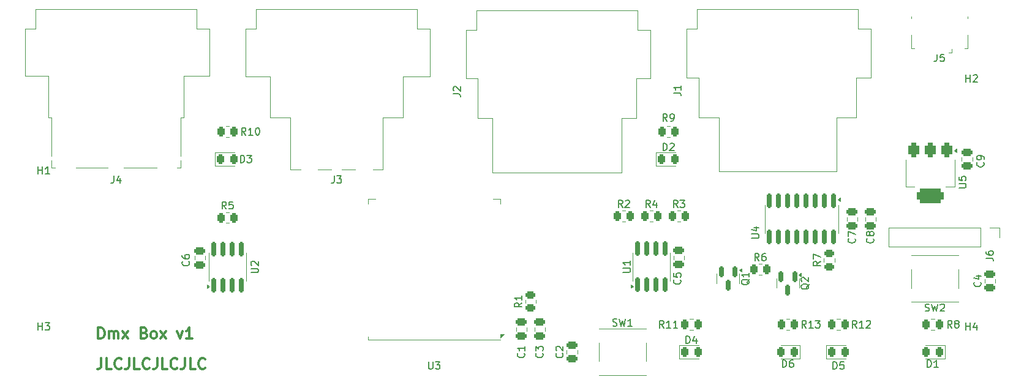
<source format=gto>
%TF.GenerationSoftware,KiCad,Pcbnew,8.0.3*%
%TF.CreationDate,2024-06-22T14:51:58+02:00*%
%TF.ProjectId,dmx-box-rounded,646d782d-626f-4782-9d72-6f756e646564,rev?*%
%TF.SameCoordinates,Original*%
%TF.FileFunction,Legend,Top*%
%TF.FilePolarity,Positive*%
%FSLAX46Y46*%
G04 Gerber Fmt 4.6, Leading zero omitted, Abs format (unit mm)*
G04 Created by KiCad (PCBNEW 8.0.3) date 2024-06-22 14:51:58*
%MOMM*%
%LPD*%
G01*
G04 APERTURE LIST*
G04 Aperture macros list*
%AMRoundRect*
0 Rectangle with rounded corners*
0 $1 Rounding radius*
0 $2 $3 $4 $5 $6 $7 $8 $9 X,Y pos of 4 corners*
0 Add a 4 corners polygon primitive as box body*
4,1,4,$2,$3,$4,$5,$6,$7,$8,$9,$2,$3,0*
0 Add four circle primitives for the rounded corners*
1,1,$1+$1,$2,$3*
1,1,$1+$1,$4,$5*
1,1,$1+$1,$6,$7*
1,1,$1+$1,$8,$9*
0 Add four rect primitives between the rounded corners*
20,1,$1+$1,$2,$3,$4,$5,0*
20,1,$1+$1,$4,$5,$6,$7,0*
20,1,$1+$1,$6,$7,$8,$9,0*
20,1,$1+$1,$8,$9,$2,$3,0*%
G04 Aperture macros list end*
%ADD10C,0.300000*%
%ADD11C,0.150000*%
%ADD12C,0.120000*%
%ADD13RoundRect,0.250000X0.475000X-0.250000X0.475000X0.250000X-0.475000X0.250000X-0.475000X-0.250000X0*%
%ADD14RoundRect,0.250000X-0.262500X-0.450000X0.262500X-0.450000X0.262500X0.450000X-0.262500X0.450000X0*%
%ADD15C,0.600000*%
%ADD16R,3.800000X3.800000*%
%ADD17R,1.500000X0.900000*%
%ADD18R,0.900000X1.500000*%
%ADD19C,2.900000*%
%ADD20C,3.400000*%
%ADD21C,1.600000*%
%ADD22RoundRect,0.250000X0.262500X0.450000X-0.262500X0.450000X-0.262500X-0.450000X0.262500X-0.450000X0*%
%ADD23RoundRect,0.375000X-0.375000X0.625000X-0.375000X-0.625000X0.375000X-0.625000X0.375000X0.625000X0*%
%ADD24RoundRect,0.500000X-1.400000X0.500000X-1.400000X-0.500000X1.400000X-0.500000X1.400000X0.500000X0*%
%ADD25O,1.700000X1.700000*%
%ADD26R,1.700000X1.700000*%
%ADD27RoundRect,0.250000X0.450000X-0.262500X0.450000X0.262500X-0.450000X0.262500X-0.450000X-0.262500X0*%
%ADD28RoundRect,0.243750X-0.243750X-0.456250X0.243750X-0.456250X0.243750X0.456250X-0.243750X0.456250X0*%
%ADD29RoundRect,0.243750X0.243750X0.456250X-0.243750X0.456250X-0.243750X-0.456250X0.243750X-0.456250X0*%
%ADD30R,1.550000X1.300000*%
%ADD31RoundRect,0.150000X-0.150000X0.587500X-0.150000X-0.587500X0.150000X-0.587500X0.150000X0.587500X0*%
%ADD32C,2.500000*%
%ADD33RoundRect,0.250000X-0.475000X0.250000X-0.475000X-0.250000X0.475000X-0.250000X0.475000X0.250000X0*%
%ADD34O,1.200000X1.900000*%
%ADD35R,1.200000X1.900000*%
%ADD36C,1.450000*%
%ADD37R,1.500000X1.900000*%
%ADD38R,0.400000X1.350000*%
%ADD39RoundRect,0.150000X0.150000X-0.825000X0.150000X0.825000X-0.150000X0.825000X-0.150000X-0.825000X0*%
%ADD40RoundRect,0.150000X-0.150000X0.825000X-0.150000X-0.825000X0.150000X-0.825000X0.150000X0.825000X0*%
G04 APERTURE END LIST*
D10*
X51148082Y-116410828D02*
X51148082Y-117482257D01*
X51148082Y-117482257D02*
X51076653Y-117696542D01*
X51076653Y-117696542D02*
X50933796Y-117839400D01*
X50933796Y-117839400D02*
X50719510Y-117910828D01*
X50719510Y-117910828D02*
X50576653Y-117910828D01*
X52576653Y-117910828D02*
X51862367Y-117910828D01*
X51862367Y-117910828D02*
X51862367Y-116410828D01*
X53933796Y-117767971D02*
X53862368Y-117839400D01*
X53862368Y-117839400D02*
X53648082Y-117910828D01*
X53648082Y-117910828D02*
X53505225Y-117910828D01*
X53505225Y-117910828D02*
X53290939Y-117839400D01*
X53290939Y-117839400D02*
X53148082Y-117696542D01*
X53148082Y-117696542D02*
X53076653Y-117553685D01*
X53076653Y-117553685D02*
X53005225Y-117267971D01*
X53005225Y-117267971D02*
X53005225Y-117053685D01*
X53005225Y-117053685D02*
X53076653Y-116767971D01*
X53076653Y-116767971D02*
X53148082Y-116625114D01*
X53148082Y-116625114D02*
X53290939Y-116482257D01*
X53290939Y-116482257D02*
X53505225Y-116410828D01*
X53505225Y-116410828D02*
X53648082Y-116410828D01*
X53648082Y-116410828D02*
X53862368Y-116482257D01*
X53862368Y-116482257D02*
X53933796Y-116553685D01*
X55005225Y-116410828D02*
X55005225Y-117482257D01*
X55005225Y-117482257D02*
X54933796Y-117696542D01*
X54933796Y-117696542D02*
X54790939Y-117839400D01*
X54790939Y-117839400D02*
X54576653Y-117910828D01*
X54576653Y-117910828D02*
X54433796Y-117910828D01*
X56433796Y-117910828D02*
X55719510Y-117910828D01*
X55719510Y-117910828D02*
X55719510Y-116410828D01*
X57790939Y-117767971D02*
X57719511Y-117839400D01*
X57719511Y-117839400D02*
X57505225Y-117910828D01*
X57505225Y-117910828D02*
X57362368Y-117910828D01*
X57362368Y-117910828D02*
X57148082Y-117839400D01*
X57148082Y-117839400D02*
X57005225Y-117696542D01*
X57005225Y-117696542D02*
X56933796Y-117553685D01*
X56933796Y-117553685D02*
X56862368Y-117267971D01*
X56862368Y-117267971D02*
X56862368Y-117053685D01*
X56862368Y-117053685D02*
X56933796Y-116767971D01*
X56933796Y-116767971D02*
X57005225Y-116625114D01*
X57005225Y-116625114D02*
X57148082Y-116482257D01*
X57148082Y-116482257D02*
X57362368Y-116410828D01*
X57362368Y-116410828D02*
X57505225Y-116410828D01*
X57505225Y-116410828D02*
X57719511Y-116482257D01*
X57719511Y-116482257D02*
X57790939Y-116553685D01*
X58862368Y-116410828D02*
X58862368Y-117482257D01*
X58862368Y-117482257D02*
X58790939Y-117696542D01*
X58790939Y-117696542D02*
X58648082Y-117839400D01*
X58648082Y-117839400D02*
X58433796Y-117910828D01*
X58433796Y-117910828D02*
X58290939Y-117910828D01*
X60290939Y-117910828D02*
X59576653Y-117910828D01*
X59576653Y-117910828D02*
X59576653Y-116410828D01*
X61648082Y-117767971D02*
X61576654Y-117839400D01*
X61576654Y-117839400D02*
X61362368Y-117910828D01*
X61362368Y-117910828D02*
X61219511Y-117910828D01*
X61219511Y-117910828D02*
X61005225Y-117839400D01*
X61005225Y-117839400D02*
X60862368Y-117696542D01*
X60862368Y-117696542D02*
X60790939Y-117553685D01*
X60790939Y-117553685D02*
X60719511Y-117267971D01*
X60719511Y-117267971D02*
X60719511Y-117053685D01*
X60719511Y-117053685D02*
X60790939Y-116767971D01*
X60790939Y-116767971D02*
X60862368Y-116625114D01*
X60862368Y-116625114D02*
X61005225Y-116482257D01*
X61005225Y-116482257D02*
X61219511Y-116410828D01*
X61219511Y-116410828D02*
X61362368Y-116410828D01*
X61362368Y-116410828D02*
X61576654Y-116482257D01*
X61576654Y-116482257D02*
X61648082Y-116553685D01*
X62719511Y-116410828D02*
X62719511Y-117482257D01*
X62719511Y-117482257D02*
X62648082Y-117696542D01*
X62648082Y-117696542D02*
X62505225Y-117839400D01*
X62505225Y-117839400D02*
X62290939Y-117910828D01*
X62290939Y-117910828D02*
X62148082Y-117910828D01*
X64148082Y-117910828D02*
X63433796Y-117910828D01*
X63433796Y-117910828D02*
X63433796Y-116410828D01*
X65505225Y-117767971D02*
X65433797Y-117839400D01*
X65433797Y-117839400D02*
X65219511Y-117910828D01*
X65219511Y-117910828D02*
X65076654Y-117910828D01*
X65076654Y-117910828D02*
X64862368Y-117839400D01*
X64862368Y-117839400D02*
X64719511Y-117696542D01*
X64719511Y-117696542D02*
X64648082Y-117553685D01*
X64648082Y-117553685D02*
X64576654Y-117267971D01*
X64576654Y-117267971D02*
X64576654Y-117053685D01*
X64576654Y-117053685D02*
X64648082Y-116767971D01*
X64648082Y-116767971D02*
X64719511Y-116625114D01*
X64719511Y-116625114D02*
X64862368Y-116482257D01*
X64862368Y-116482257D02*
X65076654Y-116410828D01*
X65076654Y-116410828D02*
X65219511Y-116410828D01*
X65219511Y-116410828D02*
X65433797Y-116482257D01*
X65433797Y-116482257D02*
X65505225Y-116553685D01*
X50719510Y-113708328D02*
X50719510Y-112208328D01*
X50719510Y-112208328D02*
X51076653Y-112208328D01*
X51076653Y-112208328D02*
X51290939Y-112279757D01*
X51290939Y-112279757D02*
X51433796Y-112422614D01*
X51433796Y-112422614D02*
X51505225Y-112565471D01*
X51505225Y-112565471D02*
X51576653Y-112851185D01*
X51576653Y-112851185D02*
X51576653Y-113065471D01*
X51576653Y-113065471D02*
X51505225Y-113351185D01*
X51505225Y-113351185D02*
X51433796Y-113494042D01*
X51433796Y-113494042D02*
X51290939Y-113636900D01*
X51290939Y-113636900D02*
X51076653Y-113708328D01*
X51076653Y-113708328D02*
X50719510Y-113708328D01*
X52219510Y-113708328D02*
X52219510Y-112708328D01*
X52219510Y-112851185D02*
X52290939Y-112779757D01*
X52290939Y-112779757D02*
X52433796Y-112708328D01*
X52433796Y-112708328D02*
X52648082Y-112708328D01*
X52648082Y-112708328D02*
X52790939Y-112779757D01*
X52790939Y-112779757D02*
X52862368Y-112922614D01*
X52862368Y-112922614D02*
X52862368Y-113708328D01*
X52862368Y-112922614D02*
X52933796Y-112779757D01*
X52933796Y-112779757D02*
X53076653Y-112708328D01*
X53076653Y-112708328D02*
X53290939Y-112708328D01*
X53290939Y-112708328D02*
X53433796Y-112779757D01*
X53433796Y-112779757D02*
X53505225Y-112922614D01*
X53505225Y-112922614D02*
X53505225Y-113708328D01*
X54076653Y-113708328D02*
X54862368Y-112708328D01*
X54076653Y-112708328D02*
X54862368Y-113708328D01*
X57076653Y-112922614D02*
X57290939Y-112994042D01*
X57290939Y-112994042D02*
X57362368Y-113065471D01*
X57362368Y-113065471D02*
X57433796Y-113208328D01*
X57433796Y-113208328D02*
X57433796Y-113422614D01*
X57433796Y-113422614D02*
X57362368Y-113565471D01*
X57362368Y-113565471D02*
X57290939Y-113636900D01*
X57290939Y-113636900D02*
X57148082Y-113708328D01*
X57148082Y-113708328D02*
X56576653Y-113708328D01*
X56576653Y-113708328D02*
X56576653Y-112208328D01*
X56576653Y-112208328D02*
X57076653Y-112208328D01*
X57076653Y-112208328D02*
X57219511Y-112279757D01*
X57219511Y-112279757D02*
X57290939Y-112351185D01*
X57290939Y-112351185D02*
X57362368Y-112494042D01*
X57362368Y-112494042D02*
X57362368Y-112636900D01*
X57362368Y-112636900D02*
X57290939Y-112779757D01*
X57290939Y-112779757D02*
X57219511Y-112851185D01*
X57219511Y-112851185D02*
X57076653Y-112922614D01*
X57076653Y-112922614D02*
X56576653Y-112922614D01*
X58290939Y-113708328D02*
X58148082Y-113636900D01*
X58148082Y-113636900D02*
X58076653Y-113565471D01*
X58076653Y-113565471D02*
X58005225Y-113422614D01*
X58005225Y-113422614D02*
X58005225Y-112994042D01*
X58005225Y-112994042D02*
X58076653Y-112851185D01*
X58076653Y-112851185D02*
X58148082Y-112779757D01*
X58148082Y-112779757D02*
X58290939Y-112708328D01*
X58290939Y-112708328D02*
X58505225Y-112708328D01*
X58505225Y-112708328D02*
X58648082Y-112779757D01*
X58648082Y-112779757D02*
X58719511Y-112851185D01*
X58719511Y-112851185D02*
X58790939Y-112994042D01*
X58790939Y-112994042D02*
X58790939Y-113422614D01*
X58790939Y-113422614D02*
X58719511Y-113565471D01*
X58719511Y-113565471D02*
X58648082Y-113636900D01*
X58648082Y-113636900D02*
X58505225Y-113708328D01*
X58505225Y-113708328D02*
X58290939Y-113708328D01*
X59290939Y-113708328D02*
X60076654Y-112708328D01*
X59290939Y-112708328D02*
X60076654Y-113708328D01*
X61648082Y-112708328D02*
X62005225Y-113708328D01*
X62005225Y-113708328D02*
X62362368Y-112708328D01*
X63719511Y-113708328D02*
X62862368Y-113708328D01*
X63290939Y-113708328D02*
X63290939Y-112208328D01*
X63290939Y-112208328D02*
X63148082Y-112422614D01*
X63148082Y-112422614D02*
X63005225Y-112565471D01*
X63005225Y-112565471D02*
X62862368Y-112636900D01*
D11*
X131169580Y-105576666D02*
X131217200Y-105624285D01*
X131217200Y-105624285D02*
X131264819Y-105767142D01*
X131264819Y-105767142D02*
X131264819Y-105862380D01*
X131264819Y-105862380D02*
X131217200Y-106005237D01*
X131217200Y-106005237D02*
X131121961Y-106100475D01*
X131121961Y-106100475D02*
X131026723Y-106148094D01*
X131026723Y-106148094D02*
X130836247Y-106195713D01*
X130836247Y-106195713D02*
X130693390Y-106195713D01*
X130693390Y-106195713D02*
X130502914Y-106148094D01*
X130502914Y-106148094D02*
X130407676Y-106100475D01*
X130407676Y-106100475D02*
X130312438Y-106005237D01*
X130312438Y-106005237D02*
X130264819Y-105862380D01*
X130264819Y-105862380D02*
X130264819Y-105767142D01*
X130264819Y-105767142D02*
X130312438Y-105624285D01*
X130312438Y-105624285D02*
X130360057Y-105576666D01*
X130264819Y-104671904D02*
X130264819Y-105148094D01*
X130264819Y-105148094D02*
X130741009Y-105195713D01*
X130741009Y-105195713D02*
X130693390Y-105148094D01*
X130693390Y-105148094D02*
X130645771Y-105052856D01*
X130645771Y-105052856D02*
X130645771Y-104814761D01*
X130645771Y-104814761D02*
X130693390Y-104719523D01*
X130693390Y-104719523D02*
X130741009Y-104671904D01*
X130741009Y-104671904D02*
X130836247Y-104624285D01*
X130836247Y-104624285D02*
X131074342Y-104624285D01*
X131074342Y-104624285D02*
X131169580Y-104671904D01*
X131169580Y-104671904D02*
X131217200Y-104719523D01*
X131217200Y-104719523D02*
X131264819Y-104814761D01*
X131264819Y-104814761D02*
X131264819Y-105052856D01*
X131264819Y-105052856D02*
X131217200Y-105148094D01*
X131217200Y-105148094D02*
X131169580Y-105195713D01*
X127012083Y-95579819D02*
X126678750Y-95103628D01*
X126440655Y-95579819D02*
X126440655Y-94579819D01*
X126440655Y-94579819D02*
X126821607Y-94579819D01*
X126821607Y-94579819D02*
X126916845Y-94627438D01*
X126916845Y-94627438D02*
X126964464Y-94675057D01*
X126964464Y-94675057D02*
X127012083Y-94770295D01*
X127012083Y-94770295D02*
X127012083Y-94913152D01*
X127012083Y-94913152D02*
X126964464Y-95008390D01*
X126964464Y-95008390D02*
X126916845Y-95056009D01*
X126916845Y-95056009D02*
X126821607Y-95103628D01*
X126821607Y-95103628D02*
X126440655Y-95103628D01*
X127869226Y-94913152D02*
X127869226Y-95579819D01*
X127631131Y-94532200D02*
X127393036Y-95246485D01*
X127393036Y-95246485D02*
X128012083Y-95246485D01*
X96393095Y-116929819D02*
X96393095Y-117739342D01*
X96393095Y-117739342D02*
X96440714Y-117834580D01*
X96440714Y-117834580D02*
X96488333Y-117882200D01*
X96488333Y-117882200D02*
X96583571Y-117929819D01*
X96583571Y-117929819D02*
X96774047Y-117929819D01*
X96774047Y-117929819D02*
X96869285Y-117882200D01*
X96869285Y-117882200D02*
X96916904Y-117834580D01*
X96916904Y-117834580D02*
X96964523Y-117739342D01*
X96964523Y-117739342D02*
X96964523Y-116929819D01*
X97345476Y-116929819D02*
X97964523Y-116929819D01*
X97964523Y-116929819D02*
X97631190Y-117310771D01*
X97631190Y-117310771D02*
X97774047Y-117310771D01*
X97774047Y-117310771D02*
X97869285Y-117358390D01*
X97869285Y-117358390D02*
X97916904Y-117406009D01*
X97916904Y-117406009D02*
X97964523Y-117501247D01*
X97964523Y-117501247D02*
X97964523Y-117739342D01*
X97964523Y-117739342D02*
X97916904Y-117834580D01*
X97916904Y-117834580D02*
X97869285Y-117882200D01*
X97869285Y-117882200D02*
X97774047Y-117929819D01*
X97774047Y-117929819D02*
X97488333Y-117929819D01*
X97488333Y-117929819D02*
X97393095Y-117882200D01*
X97393095Y-117882200D02*
X97345476Y-117834580D01*
X112119580Y-115736666D02*
X112167200Y-115784285D01*
X112167200Y-115784285D02*
X112214819Y-115927142D01*
X112214819Y-115927142D02*
X112214819Y-116022380D01*
X112214819Y-116022380D02*
X112167200Y-116165237D01*
X112167200Y-116165237D02*
X112071961Y-116260475D01*
X112071961Y-116260475D02*
X111976723Y-116308094D01*
X111976723Y-116308094D02*
X111786247Y-116355713D01*
X111786247Y-116355713D02*
X111643390Y-116355713D01*
X111643390Y-116355713D02*
X111452914Y-116308094D01*
X111452914Y-116308094D02*
X111357676Y-116260475D01*
X111357676Y-116260475D02*
X111262438Y-116165237D01*
X111262438Y-116165237D02*
X111214819Y-116022380D01*
X111214819Y-116022380D02*
X111214819Y-115927142D01*
X111214819Y-115927142D02*
X111262438Y-115784285D01*
X111262438Y-115784285D02*
X111310057Y-115736666D01*
X111214819Y-115403332D02*
X111214819Y-114784285D01*
X111214819Y-114784285D02*
X111595771Y-115117618D01*
X111595771Y-115117618D02*
X111595771Y-114974761D01*
X111595771Y-114974761D02*
X111643390Y-114879523D01*
X111643390Y-114879523D02*
X111691009Y-114831904D01*
X111691009Y-114831904D02*
X111786247Y-114784285D01*
X111786247Y-114784285D02*
X112024342Y-114784285D01*
X112024342Y-114784285D02*
X112119580Y-114831904D01*
X112119580Y-114831904D02*
X112167200Y-114879523D01*
X112167200Y-114879523D02*
X112214819Y-114974761D01*
X112214819Y-114974761D02*
X112214819Y-115260475D01*
X112214819Y-115260475D02*
X112167200Y-115355713D01*
X112167200Y-115355713D02*
X112119580Y-115403332D01*
X83336666Y-91209819D02*
X83336666Y-91924104D01*
X83336666Y-91924104D02*
X83289047Y-92066961D01*
X83289047Y-92066961D02*
X83193809Y-92162200D01*
X83193809Y-92162200D02*
X83050952Y-92209819D01*
X83050952Y-92209819D02*
X82955714Y-92209819D01*
X83717619Y-91209819D02*
X84336666Y-91209819D01*
X84336666Y-91209819D02*
X84003333Y-91590771D01*
X84003333Y-91590771D02*
X84146190Y-91590771D01*
X84146190Y-91590771D02*
X84241428Y-91638390D01*
X84241428Y-91638390D02*
X84289047Y-91686009D01*
X84289047Y-91686009D02*
X84336666Y-91781247D01*
X84336666Y-91781247D02*
X84336666Y-92019342D01*
X84336666Y-92019342D02*
X84289047Y-92114580D01*
X84289047Y-92114580D02*
X84241428Y-92162200D01*
X84241428Y-92162200D02*
X84146190Y-92209819D01*
X84146190Y-92209819D02*
X83860476Y-92209819D01*
X83860476Y-92209819D02*
X83765238Y-92162200D01*
X83765238Y-92162200D02*
X83717619Y-92114580D01*
X128897142Y-112214819D02*
X128563809Y-111738628D01*
X128325714Y-112214819D02*
X128325714Y-111214819D01*
X128325714Y-111214819D02*
X128706666Y-111214819D01*
X128706666Y-111214819D02*
X128801904Y-111262438D01*
X128801904Y-111262438D02*
X128849523Y-111310057D01*
X128849523Y-111310057D02*
X128897142Y-111405295D01*
X128897142Y-111405295D02*
X128897142Y-111548152D01*
X128897142Y-111548152D02*
X128849523Y-111643390D01*
X128849523Y-111643390D02*
X128801904Y-111691009D01*
X128801904Y-111691009D02*
X128706666Y-111738628D01*
X128706666Y-111738628D02*
X128325714Y-111738628D01*
X129849523Y-112214819D02*
X129278095Y-112214819D01*
X129563809Y-112214819D02*
X129563809Y-111214819D01*
X129563809Y-111214819D02*
X129468571Y-111357676D01*
X129468571Y-111357676D02*
X129373333Y-111452914D01*
X129373333Y-111452914D02*
X129278095Y-111500533D01*
X130801904Y-112214819D02*
X130230476Y-112214819D01*
X130516190Y-112214819D02*
X130516190Y-111214819D01*
X130516190Y-111214819D02*
X130420952Y-111357676D01*
X130420952Y-111357676D02*
X130325714Y-111452914D01*
X130325714Y-111452914D02*
X130230476Y-111500533D01*
X99794819Y-79853333D02*
X100509104Y-79853333D01*
X100509104Y-79853333D02*
X100651961Y-79900952D01*
X100651961Y-79900952D02*
X100747200Y-79996190D01*
X100747200Y-79996190D02*
X100794819Y-80139047D01*
X100794819Y-80139047D02*
X100794819Y-80234285D01*
X99890057Y-79424761D02*
X99842438Y-79377142D01*
X99842438Y-79377142D02*
X99794819Y-79281904D01*
X99794819Y-79281904D02*
X99794819Y-79043809D01*
X99794819Y-79043809D02*
X99842438Y-78948571D01*
X99842438Y-78948571D02*
X99890057Y-78900952D01*
X99890057Y-78900952D02*
X99985295Y-78853333D01*
X99985295Y-78853333D02*
X100080533Y-78853333D01*
X100080533Y-78853333D02*
X100223390Y-78900952D01*
X100223390Y-78900952D02*
X100794819Y-79472380D01*
X100794819Y-79472380D02*
X100794819Y-78853333D01*
X169689819Y-92836904D02*
X170499342Y-92836904D01*
X170499342Y-92836904D02*
X170594580Y-92789285D01*
X170594580Y-92789285D02*
X170642200Y-92741666D01*
X170642200Y-92741666D02*
X170689819Y-92646428D01*
X170689819Y-92646428D02*
X170689819Y-92455952D01*
X170689819Y-92455952D02*
X170642200Y-92360714D01*
X170642200Y-92360714D02*
X170594580Y-92313095D01*
X170594580Y-92313095D02*
X170499342Y-92265476D01*
X170499342Y-92265476D02*
X169689819Y-92265476D01*
X169689819Y-91313095D02*
X169689819Y-91789285D01*
X169689819Y-91789285D02*
X170166009Y-91836904D01*
X170166009Y-91836904D02*
X170118390Y-91789285D01*
X170118390Y-91789285D02*
X170070771Y-91694047D01*
X170070771Y-91694047D02*
X170070771Y-91455952D01*
X170070771Y-91455952D02*
X170118390Y-91360714D01*
X170118390Y-91360714D02*
X170166009Y-91313095D01*
X170166009Y-91313095D02*
X170261247Y-91265476D01*
X170261247Y-91265476D02*
X170499342Y-91265476D01*
X170499342Y-91265476D02*
X170594580Y-91313095D01*
X170594580Y-91313095D02*
X170642200Y-91360714D01*
X170642200Y-91360714D02*
X170689819Y-91455952D01*
X170689819Y-91455952D02*
X170689819Y-91694047D01*
X170689819Y-91694047D02*
X170642200Y-91789285D01*
X170642200Y-91789285D02*
X170594580Y-91836904D01*
X173444819Y-102568333D02*
X174159104Y-102568333D01*
X174159104Y-102568333D02*
X174301961Y-102615952D01*
X174301961Y-102615952D02*
X174397200Y-102711190D01*
X174397200Y-102711190D02*
X174444819Y-102854047D01*
X174444819Y-102854047D02*
X174444819Y-102949285D01*
X173444819Y-101663571D02*
X173444819Y-101854047D01*
X173444819Y-101854047D02*
X173492438Y-101949285D01*
X173492438Y-101949285D02*
X173540057Y-101996904D01*
X173540057Y-101996904D02*
X173682914Y-102092142D01*
X173682914Y-102092142D02*
X173873390Y-102139761D01*
X173873390Y-102139761D02*
X174254342Y-102139761D01*
X174254342Y-102139761D02*
X174349580Y-102092142D01*
X174349580Y-102092142D02*
X174397200Y-102044523D01*
X174397200Y-102044523D02*
X174444819Y-101949285D01*
X174444819Y-101949285D02*
X174444819Y-101758809D01*
X174444819Y-101758809D02*
X174397200Y-101663571D01*
X174397200Y-101663571D02*
X174349580Y-101615952D01*
X174349580Y-101615952D02*
X174254342Y-101568333D01*
X174254342Y-101568333D02*
X174016247Y-101568333D01*
X174016247Y-101568333D02*
X173921009Y-101615952D01*
X173921009Y-101615952D02*
X173873390Y-101663571D01*
X173873390Y-101663571D02*
X173825771Y-101758809D01*
X173825771Y-101758809D02*
X173825771Y-101949285D01*
X173825771Y-101949285D02*
X173873390Y-102044523D01*
X173873390Y-102044523D02*
X173921009Y-102092142D01*
X173921009Y-102092142D02*
X174016247Y-102139761D01*
X150569819Y-103036666D02*
X150093628Y-103369999D01*
X150569819Y-103608094D02*
X149569819Y-103608094D01*
X149569819Y-103608094D02*
X149569819Y-103227142D01*
X149569819Y-103227142D02*
X149617438Y-103131904D01*
X149617438Y-103131904D02*
X149665057Y-103084285D01*
X149665057Y-103084285D02*
X149760295Y-103036666D01*
X149760295Y-103036666D02*
X149903152Y-103036666D01*
X149903152Y-103036666D02*
X149998390Y-103084285D01*
X149998390Y-103084285D02*
X150046009Y-103131904D01*
X150046009Y-103131904D02*
X150093628Y-103227142D01*
X150093628Y-103227142D02*
X150093628Y-103608094D01*
X149569819Y-102703332D02*
X149569819Y-102036666D01*
X149569819Y-102036666D02*
X150569819Y-102465237D01*
X128801905Y-87704819D02*
X128801905Y-86704819D01*
X128801905Y-86704819D02*
X129040000Y-86704819D01*
X129040000Y-86704819D02*
X129182857Y-86752438D01*
X129182857Y-86752438D02*
X129278095Y-86847676D01*
X129278095Y-86847676D02*
X129325714Y-86942914D01*
X129325714Y-86942914D02*
X129373333Y-87133390D01*
X129373333Y-87133390D02*
X129373333Y-87276247D01*
X129373333Y-87276247D02*
X129325714Y-87466723D01*
X129325714Y-87466723D02*
X129278095Y-87561961D01*
X129278095Y-87561961D02*
X129182857Y-87657200D01*
X129182857Y-87657200D02*
X129040000Y-87704819D01*
X129040000Y-87704819D02*
X128801905Y-87704819D01*
X129754286Y-86800057D02*
X129801905Y-86752438D01*
X129801905Y-86752438D02*
X129897143Y-86704819D01*
X129897143Y-86704819D02*
X130135238Y-86704819D01*
X130135238Y-86704819D02*
X130230476Y-86752438D01*
X130230476Y-86752438D02*
X130278095Y-86800057D01*
X130278095Y-86800057D02*
X130325714Y-86895295D01*
X130325714Y-86895295D02*
X130325714Y-86990533D01*
X130325714Y-86990533D02*
X130278095Y-87133390D01*
X130278095Y-87133390D02*
X129706667Y-87704819D01*
X129706667Y-87704819D02*
X130325714Y-87704819D01*
X165329405Y-117674819D02*
X165329405Y-116674819D01*
X165329405Y-116674819D02*
X165567500Y-116674819D01*
X165567500Y-116674819D02*
X165710357Y-116722438D01*
X165710357Y-116722438D02*
X165805595Y-116817676D01*
X165805595Y-116817676D02*
X165853214Y-116912914D01*
X165853214Y-116912914D02*
X165900833Y-117103390D01*
X165900833Y-117103390D02*
X165900833Y-117246247D01*
X165900833Y-117246247D02*
X165853214Y-117436723D01*
X165853214Y-117436723D02*
X165805595Y-117531961D01*
X165805595Y-117531961D02*
X165710357Y-117627200D01*
X165710357Y-117627200D02*
X165567500Y-117674819D01*
X165567500Y-117674819D02*
X165329405Y-117674819D01*
X166853214Y-117674819D02*
X166281786Y-117674819D01*
X166567500Y-117674819D02*
X166567500Y-116674819D01*
X166567500Y-116674819D02*
X166472262Y-116817676D01*
X166472262Y-116817676D02*
X166377024Y-116912914D01*
X166377024Y-116912914D02*
X166281786Y-116960533D01*
X131976905Y-114374819D02*
X131976905Y-113374819D01*
X131976905Y-113374819D02*
X132215000Y-113374819D01*
X132215000Y-113374819D02*
X132357857Y-113422438D01*
X132357857Y-113422438D02*
X132453095Y-113517676D01*
X132453095Y-113517676D02*
X132500714Y-113612914D01*
X132500714Y-113612914D02*
X132548333Y-113803390D01*
X132548333Y-113803390D02*
X132548333Y-113946247D01*
X132548333Y-113946247D02*
X132500714Y-114136723D01*
X132500714Y-114136723D02*
X132453095Y-114231961D01*
X132453095Y-114231961D02*
X132357857Y-114327200D01*
X132357857Y-114327200D02*
X132215000Y-114374819D01*
X132215000Y-114374819D02*
X131976905Y-114374819D01*
X133405476Y-113708152D02*
X133405476Y-114374819D01*
X133167381Y-113327200D02*
X132929286Y-114041485D01*
X132929286Y-114041485D02*
X133548333Y-114041485D01*
X109579580Y-115736666D02*
X109627200Y-115784285D01*
X109627200Y-115784285D02*
X109674819Y-115927142D01*
X109674819Y-115927142D02*
X109674819Y-116022380D01*
X109674819Y-116022380D02*
X109627200Y-116165237D01*
X109627200Y-116165237D02*
X109531961Y-116260475D01*
X109531961Y-116260475D02*
X109436723Y-116308094D01*
X109436723Y-116308094D02*
X109246247Y-116355713D01*
X109246247Y-116355713D02*
X109103390Y-116355713D01*
X109103390Y-116355713D02*
X108912914Y-116308094D01*
X108912914Y-116308094D02*
X108817676Y-116260475D01*
X108817676Y-116260475D02*
X108722438Y-116165237D01*
X108722438Y-116165237D02*
X108674819Y-116022380D01*
X108674819Y-116022380D02*
X108674819Y-115927142D01*
X108674819Y-115927142D02*
X108722438Y-115784285D01*
X108722438Y-115784285D02*
X108770057Y-115736666D01*
X109674819Y-114784285D02*
X109674819Y-115355713D01*
X109674819Y-115069999D02*
X108674819Y-115069999D01*
X108674819Y-115069999D02*
X108817676Y-115165237D01*
X108817676Y-115165237D02*
X108912914Y-115260475D01*
X108912914Y-115260475D02*
X108960533Y-115355713D01*
X121856667Y-111927200D02*
X121999524Y-111974819D01*
X121999524Y-111974819D02*
X122237619Y-111974819D01*
X122237619Y-111974819D02*
X122332857Y-111927200D01*
X122332857Y-111927200D02*
X122380476Y-111879580D01*
X122380476Y-111879580D02*
X122428095Y-111784342D01*
X122428095Y-111784342D02*
X122428095Y-111689104D01*
X122428095Y-111689104D02*
X122380476Y-111593866D01*
X122380476Y-111593866D02*
X122332857Y-111546247D01*
X122332857Y-111546247D02*
X122237619Y-111498628D01*
X122237619Y-111498628D02*
X122047143Y-111451009D01*
X122047143Y-111451009D02*
X121951905Y-111403390D01*
X121951905Y-111403390D02*
X121904286Y-111355771D01*
X121904286Y-111355771D02*
X121856667Y-111260533D01*
X121856667Y-111260533D02*
X121856667Y-111165295D01*
X121856667Y-111165295D02*
X121904286Y-111070057D01*
X121904286Y-111070057D02*
X121951905Y-111022438D01*
X121951905Y-111022438D02*
X122047143Y-110974819D01*
X122047143Y-110974819D02*
X122285238Y-110974819D01*
X122285238Y-110974819D02*
X122428095Y-111022438D01*
X122761429Y-110974819D02*
X122999524Y-111974819D01*
X122999524Y-111974819D02*
X123190000Y-111260533D01*
X123190000Y-111260533D02*
X123380476Y-111974819D01*
X123380476Y-111974819D02*
X123618572Y-110974819D01*
X124523333Y-111974819D02*
X123951905Y-111974819D01*
X124237619Y-111974819D02*
X124237619Y-110974819D01*
X124237619Y-110974819D02*
X124142381Y-111117676D01*
X124142381Y-111117676D02*
X124047143Y-111212914D01*
X124047143Y-111212914D02*
X123951905Y-111260533D01*
X173079580Y-89327918D02*
X173127200Y-89375537D01*
X173127200Y-89375537D02*
X173174819Y-89518394D01*
X173174819Y-89518394D02*
X173174819Y-89613632D01*
X173174819Y-89613632D02*
X173127200Y-89756489D01*
X173127200Y-89756489D02*
X173031961Y-89851727D01*
X173031961Y-89851727D02*
X172936723Y-89899346D01*
X172936723Y-89899346D02*
X172746247Y-89946965D01*
X172746247Y-89946965D02*
X172603390Y-89946965D01*
X172603390Y-89946965D02*
X172412914Y-89899346D01*
X172412914Y-89899346D02*
X172317676Y-89851727D01*
X172317676Y-89851727D02*
X172222438Y-89756489D01*
X172222438Y-89756489D02*
X172174819Y-89613632D01*
X172174819Y-89613632D02*
X172174819Y-89518394D01*
X172174819Y-89518394D02*
X172222438Y-89375537D01*
X172222438Y-89375537D02*
X172270057Y-89327918D01*
X173174819Y-88851727D02*
X173174819Y-88661251D01*
X173174819Y-88661251D02*
X173127200Y-88566013D01*
X173127200Y-88566013D02*
X173079580Y-88518394D01*
X173079580Y-88518394D02*
X172936723Y-88423156D01*
X172936723Y-88423156D02*
X172746247Y-88375537D01*
X172746247Y-88375537D02*
X172365295Y-88375537D01*
X172365295Y-88375537D02*
X172270057Y-88423156D01*
X172270057Y-88423156D02*
X172222438Y-88470775D01*
X172222438Y-88470775D02*
X172174819Y-88566013D01*
X172174819Y-88566013D02*
X172174819Y-88756489D01*
X172174819Y-88756489D02*
X172222438Y-88851727D01*
X172222438Y-88851727D02*
X172270057Y-88899346D01*
X172270057Y-88899346D02*
X172365295Y-88946965D01*
X172365295Y-88946965D02*
X172603390Y-88946965D01*
X172603390Y-88946965D02*
X172698628Y-88899346D01*
X172698628Y-88899346D02*
X172746247Y-88851727D01*
X172746247Y-88851727D02*
X172793866Y-88756489D01*
X172793866Y-88756489D02*
X172793866Y-88566013D01*
X172793866Y-88566013D02*
X172746247Y-88470775D01*
X172746247Y-88470775D02*
X172698628Y-88423156D01*
X172698628Y-88423156D02*
X172603390Y-88375537D01*
X155567142Y-112214819D02*
X155233809Y-111738628D01*
X154995714Y-112214819D02*
X154995714Y-111214819D01*
X154995714Y-111214819D02*
X155376666Y-111214819D01*
X155376666Y-111214819D02*
X155471904Y-111262438D01*
X155471904Y-111262438D02*
X155519523Y-111310057D01*
X155519523Y-111310057D02*
X155567142Y-111405295D01*
X155567142Y-111405295D02*
X155567142Y-111548152D01*
X155567142Y-111548152D02*
X155519523Y-111643390D01*
X155519523Y-111643390D02*
X155471904Y-111691009D01*
X155471904Y-111691009D02*
X155376666Y-111738628D01*
X155376666Y-111738628D02*
X154995714Y-111738628D01*
X156519523Y-112214819D02*
X155948095Y-112214819D01*
X156233809Y-112214819D02*
X156233809Y-111214819D01*
X156233809Y-111214819D02*
X156138571Y-111357676D01*
X156138571Y-111357676D02*
X156043333Y-111452914D01*
X156043333Y-111452914D02*
X155948095Y-111500533D01*
X156900476Y-111310057D02*
X156948095Y-111262438D01*
X156948095Y-111262438D02*
X157043333Y-111214819D01*
X157043333Y-111214819D02*
X157281428Y-111214819D01*
X157281428Y-111214819D02*
X157376666Y-111262438D01*
X157376666Y-111262438D02*
X157424285Y-111310057D01*
X157424285Y-111310057D02*
X157471904Y-111405295D01*
X157471904Y-111405295D02*
X157471904Y-111500533D01*
X157471904Y-111500533D02*
X157424285Y-111643390D01*
X157424285Y-111643390D02*
X156852857Y-112214819D01*
X156852857Y-112214819D02*
X157471904Y-112214819D01*
X149000057Y-106140238D02*
X148952438Y-106235476D01*
X148952438Y-106235476D02*
X148857200Y-106330714D01*
X148857200Y-106330714D02*
X148714342Y-106473571D01*
X148714342Y-106473571D02*
X148666723Y-106568809D01*
X148666723Y-106568809D02*
X148666723Y-106664047D01*
X148904819Y-106616428D02*
X148857200Y-106711666D01*
X148857200Y-106711666D02*
X148761961Y-106806904D01*
X148761961Y-106806904D02*
X148571485Y-106854523D01*
X148571485Y-106854523D02*
X148238152Y-106854523D01*
X148238152Y-106854523D02*
X148047676Y-106806904D01*
X148047676Y-106806904D02*
X147952438Y-106711666D01*
X147952438Y-106711666D02*
X147904819Y-106616428D01*
X147904819Y-106616428D02*
X147904819Y-106425952D01*
X147904819Y-106425952D02*
X147952438Y-106330714D01*
X147952438Y-106330714D02*
X148047676Y-106235476D01*
X148047676Y-106235476D02*
X148238152Y-106187857D01*
X148238152Y-106187857D02*
X148571485Y-106187857D01*
X148571485Y-106187857D02*
X148761961Y-106235476D01*
X148761961Y-106235476D02*
X148857200Y-106330714D01*
X148857200Y-106330714D02*
X148904819Y-106425952D01*
X148904819Y-106425952D02*
X148904819Y-106616428D01*
X148000057Y-105806904D02*
X147952438Y-105759285D01*
X147952438Y-105759285D02*
X147904819Y-105664047D01*
X147904819Y-105664047D02*
X147904819Y-105425952D01*
X147904819Y-105425952D02*
X147952438Y-105330714D01*
X147952438Y-105330714D02*
X148000057Y-105283095D01*
X148000057Y-105283095D02*
X148095295Y-105235476D01*
X148095295Y-105235476D02*
X148190533Y-105235476D01*
X148190533Y-105235476D02*
X148333390Y-105283095D01*
X148333390Y-105283095D02*
X148904819Y-105854523D01*
X148904819Y-105854523D02*
X148904819Y-105235476D01*
X165036667Y-109872200D02*
X165179524Y-109919819D01*
X165179524Y-109919819D02*
X165417619Y-109919819D01*
X165417619Y-109919819D02*
X165512857Y-109872200D01*
X165512857Y-109872200D02*
X165560476Y-109824580D01*
X165560476Y-109824580D02*
X165608095Y-109729342D01*
X165608095Y-109729342D02*
X165608095Y-109634104D01*
X165608095Y-109634104D02*
X165560476Y-109538866D01*
X165560476Y-109538866D02*
X165512857Y-109491247D01*
X165512857Y-109491247D02*
X165417619Y-109443628D01*
X165417619Y-109443628D02*
X165227143Y-109396009D01*
X165227143Y-109396009D02*
X165131905Y-109348390D01*
X165131905Y-109348390D02*
X165084286Y-109300771D01*
X165084286Y-109300771D02*
X165036667Y-109205533D01*
X165036667Y-109205533D02*
X165036667Y-109110295D01*
X165036667Y-109110295D02*
X165084286Y-109015057D01*
X165084286Y-109015057D02*
X165131905Y-108967438D01*
X165131905Y-108967438D02*
X165227143Y-108919819D01*
X165227143Y-108919819D02*
X165465238Y-108919819D01*
X165465238Y-108919819D02*
X165608095Y-108967438D01*
X165941429Y-108919819D02*
X166179524Y-109919819D01*
X166179524Y-109919819D02*
X166370000Y-109205533D01*
X166370000Y-109205533D02*
X166560476Y-109919819D01*
X166560476Y-109919819D02*
X166798572Y-108919819D01*
X167131905Y-109015057D02*
X167179524Y-108967438D01*
X167179524Y-108967438D02*
X167274762Y-108919819D01*
X167274762Y-108919819D02*
X167512857Y-108919819D01*
X167512857Y-108919819D02*
X167608095Y-108967438D01*
X167608095Y-108967438D02*
X167655714Y-109015057D01*
X167655714Y-109015057D02*
X167703333Y-109110295D01*
X167703333Y-109110295D02*
X167703333Y-109205533D01*
X167703333Y-109205533D02*
X167655714Y-109348390D01*
X167655714Y-109348390D02*
X167084286Y-109919819D01*
X167084286Y-109919819D02*
X167703333Y-109919819D01*
X142073333Y-102944819D02*
X141740000Y-102468628D01*
X141501905Y-102944819D02*
X141501905Y-101944819D01*
X141501905Y-101944819D02*
X141882857Y-101944819D01*
X141882857Y-101944819D02*
X141978095Y-101992438D01*
X141978095Y-101992438D02*
X142025714Y-102040057D01*
X142025714Y-102040057D02*
X142073333Y-102135295D01*
X142073333Y-102135295D02*
X142073333Y-102278152D01*
X142073333Y-102278152D02*
X142025714Y-102373390D01*
X142025714Y-102373390D02*
X141978095Y-102421009D01*
X141978095Y-102421009D02*
X141882857Y-102468628D01*
X141882857Y-102468628D02*
X141501905Y-102468628D01*
X142930476Y-101944819D02*
X142740000Y-101944819D01*
X142740000Y-101944819D02*
X142644762Y-101992438D01*
X142644762Y-101992438D02*
X142597143Y-102040057D01*
X142597143Y-102040057D02*
X142501905Y-102182914D01*
X142501905Y-102182914D02*
X142454286Y-102373390D01*
X142454286Y-102373390D02*
X142454286Y-102754342D01*
X142454286Y-102754342D02*
X142501905Y-102849580D01*
X142501905Y-102849580D02*
X142549524Y-102897200D01*
X142549524Y-102897200D02*
X142644762Y-102944819D01*
X142644762Y-102944819D02*
X142835238Y-102944819D01*
X142835238Y-102944819D02*
X142930476Y-102897200D01*
X142930476Y-102897200D02*
X142978095Y-102849580D01*
X142978095Y-102849580D02*
X143025714Y-102754342D01*
X143025714Y-102754342D02*
X143025714Y-102516247D01*
X143025714Y-102516247D02*
X142978095Y-102421009D01*
X142978095Y-102421009D02*
X142930476Y-102373390D01*
X142930476Y-102373390D02*
X142835238Y-102325771D01*
X142835238Y-102325771D02*
X142644762Y-102325771D01*
X142644762Y-102325771D02*
X142549524Y-102373390D01*
X142549524Y-102373390D02*
X142501905Y-102421009D01*
X142501905Y-102421009D02*
X142454286Y-102516247D01*
X152296905Y-117929819D02*
X152296905Y-116929819D01*
X152296905Y-116929819D02*
X152535000Y-116929819D01*
X152535000Y-116929819D02*
X152677857Y-116977438D01*
X152677857Y-116977438D02*
X152773095Y-117072676D01*
X152773095Y-117072676D02*
X152820714Y-117167914D01*
X152820714Y-117167914D02*
X152868333Y-117358390D01*
X152868333Y-117358390D02*
X152868333Y-117501247D01*
X152868333Y-117501247D02*
X152820714Y-117691723D01*
X152820714Y-117691723D02*
X152773095Y-117786961D01*
X152773095Y-117786961D02*
X152677857Y-117882200D01*
X152677857Y-117882200D02*
X152535000Y-117929819D01*
X152535000Y-117929819D02*
X152296905Y-117929819D01*
X153773095Y-116929819D02*
X153296905Y-116929819D01*
X153296905Y-116929819D02*
X153249286Y-117406009D01*
X153249286Y-117406009D02*
X153296905Y-117358390D01*
X153296905Y-117358390D02*
X153392143Y-117310771D01*
X153392143Y-117310771D02*
X153630238Y-117310771D01*
X153630238Y-117310771D02*
X153725476Y-117358390D01*
X153725476Y-117358390D02*
X153773095Y-117406009D01*
X153773095Y-117406009D02*
X153820714Y-117501247D01*
X153820714Y-117501247D02*
X153820714Y-117739342D01*
X153820714Y-117739342D02*
X153773095Y-117834580D01*
X153773095Y-117834580D02*
X153725476Y-117882200D01*
X153725476Y-117882200D02*
X153630238Y-117929819D01*
X153630238Y-117929819D02*
X153392143Y-117929819D01*
X153392143Y-117929819D02*
X153296905Y-117882200D01*
X153296905Y-117882200D02*
X153249286Y-117834580D01*
X52856666Y-91209819D02*
X52856666Y-91924104D01*
X52856666Y-91924104D02*
X52809047Y-92066961D01*
X52809047Y-92066961D02*
X52713809Y-92162200D01*
X52713809Y-92162200D02*
X52570952Y-92209819D01*
X52570952Y-92209819D02*
X52475714Y-92209819D01*
X53761428Y-91543152D02*
X53761428Y-92209819D01*
X53523333Y-91162200D02*
X53285238Y-91876485D01*
X53285238Y-91876485D02*
X53904285Y-91876485D01*
X68413333Y-95784819D02*
X68080000Y-95308628D01*
X67841905Y-95784819D02*
X67841905Y-94784819D01*
X67841905Y-94784819D02*
X68222857Y-94784819D01*
X68222857Y-94784819D02*
X68318095Y-94832438D01*
X68318095Y-94832438D02*
X68365714Y-94880057D01*
X68365714Y-94880057D02*
X68413333Y-94975295D01*
X68413333Y-94975295D02*
X68413333Y-95118152D01*
X68413333Y-95118152D02*
X68365714Y-95213390D01*
X68365714Y-95213390D02*
X68318095Y-95261009D01*
X68318095Y-95261009D02*
X68222857Y-95308628D01*
X68222857Y-95308628D02*
X67841905Y-95308628D01*
X69318095Y-94784819D02*
X68841905Y-94784819D01*
X68841905Y-94784819D02*
X68794286Y-95261009D01*
X68794286Y-95261009D02*
X68841905Y-95213390D01*
X68841905Y-95213390D02*
X68937143Y-95165771D01*
X68937143Y-95165771D02*
X69175238Y-95165771D01*
X69175238Y-95165771D02*
X69270476Y-95213390D01*
X69270476Y-95213390D02*
X69318095Y-95261009D01*
X69318095Y-95261009D02*
X69365714Y-95356247D01*
X69365714Y-95356247D02*
X69365714Y-95594342D01*
X69365714Y-95594342D02*
X69318095Y-95689580D01*
X69318095Y-95689580D02*
X69270476Y-95737200D01*
X69270476Y-95737200D02*
X69175238Y-95784819D01*
X69175238Y-95784819D02*
X68937143Y-95784819D01*
X68937143Y-95784819D02*
X68841905Y-95737200D01*
X68841905Y-95737200D02*
X68794286Y-95689580D01*
X170688095Y-112524819D02*
X170688095Y-111524819D01*
X170688095Y-112001009D02*
X171259523Y-112001009D01*
X171259523Y-112524819D02*
X171259523Y-111524819D01*
X172164285Y-111858152D02*
X172164285Y-112524819D01*
X171926190Y-111477200D02*
X171688095Y-112191485D01*
X171688095Y-112191485D02*
X172307142Y-112191485D01*
X168743333Y-112214819D02*
X168410000Y-111738628D01*
X168171905Y-112214819D02*
X168171905Y-111214819D01*
X168171905Y-111214819D02*
X168552857Y-111214819D01*
X168552857Y-111214819D02*
X168648095Y-111262438D01*
X168648095Y-111262438D02*
X168695714Y-111310057D01*
X168695714Y-111310057D02*
X168743333Y-111405295D01*
X168743333Y-111405295D02*
X168743333Y-111548152D01*
X168743333Y-111548152D02*
X168695714Y-111643390D01*
X168695714Y-111643390D02*
X168648095Y-111691009D01*
X168648095Y-111691009D02*
X168552857Y-111738628D01*
X168552857Y-111738628D02*
X168171905Y-111738628D01*
X169314762Y-111643390D02*
X169219524Y-111595771D01*
X169219524Y-111595771D02*
X169171905Y-111548152D01*
X169171905Y-111548152D02*
X169124286Y-111452914D01*
X169124286Y-111452914D02*
X169124286Y-111405295D01*
X169124286Y-111405295D02*
X169171905Y-111310057D01*
X169171905Y-111310057D02*
X169219524Y-111262438D01*
X169219524Y-111262438D02*
X169314762Y-111214819D01*
X169314762Y-111214819D02*
X169505238Y-111214819D01*
X169505238Y-111214819D02*
X169600476Y-111262438D01*
X169600476Y-111262438D02*
X169648095Y-111310057D01*
X169648095Y-111310057D02*
X169695714Y-111405295D01*
X169695714Y-111405295D02*
X169695714Y-111452914D01*
X169695714Y-111452914D02*
X169648095Y-111548152D01*
X169648095Y-111548152D02*
X169600476Y-111595771D01*
X169600476Y-111595771D02*
X169505238Y-111643390D01*
X169505238Y-111643390D02*
X169314762Y-111643390D01*
X169314762Y-111643390D02*
X169219524Y-111691009D01*
X169219524Y-111691009D02*
X169171905Y-111738628D01*
X169171905Y-111738628D02*
X169124286Y-111833866D01*
X169124286Y-111833866D02*
X169124286Y-112024342D01*
X169124286Y-112024342D02*
X169171905Y-112119580D01*
X169171905Y-112119580D02*
X169219524Y-112167200D01*
X169219524Y-112167200D02*
X169314762Y-112214819D01*
X169314762Y-112214819D02*
X169505238Y-112214819D01*
X169505238Y-112214819D02*
X169600476Y-112167200D01*
X169600476Y-112167200D02*
X169648095Y-112119580D01*
X169648095Y-112119580D02*
X169695714Y-112024342D01*
X169695714Y-112024342D02*
X169695714Y-111833866D01*
X169695714Y-111833866D02*
X169648095Y-111738628D01*
X169648095Y-111738628D02*
X169600476Y-111691009D01*
X169600476Y-111691009D02*
X169505238Y-111643390D01*
X155299580Y-99861666D02*
X155347200Y-99909285D01*
X155347200Y-99909285D02*
X155394819Y-100052142D01*
X155394819Y-100052142D02*
X155394819Y-100147380D01*
X155394819Y-100147380D02*
X155347200Y-100290237D01*
X155347200Y-100290237D02*
X155251961Y-100385475D01*
X155251961Y-100385475D02*
X155156723Y-100433094D01*
X155156723Y-100433094D02*
X154966247Y-100480713D01*
X154966247Y-100480713D02*
X154823390Y-100480713D01*
X154823390Y-100480713D02*
X154632914Y-100433094D01*
X154632914Y-100433094D02*
X154537676Y-100385475D01*
X154537676Y-100385475D02*
X154442438Y-100290237D01*
X154442438Y-100290237D02*
X154394819Y-100147380D01*
X154394819Y-100147380D02*
X154394819Y-100052142D01*
X154394819Y-100052142D02*
X154442438Y-99909285D01*
X154442438Y-99909285D02*
X154490057Y-99861666D01*
X154394819Y-99528332D02*
X154394819Y-98861666D01*
X154394819Y-98861666D02*
X155394819Y-99290237D01*
X166671666Y-74371819D02*
X166671666Y-75086104D01*
X166671666Y-75086104D02*
X166624047Y-75228961D01*
X166624047Y-75228961D02*
X166528809Y-75324200D01*
X166528809Y-75324200D02*
X166385952Y-75371819D01*
X166385952Y-75371819D02*
X166290714Y-75371819D01*
X167624047Y-74371819D02*
X167147857Y-74371819D01*
X167147857Y-74371819D02*
X167100238Y-74848009D01*
X167100238Y-74848009D02*
X167147857Y-74800390D01*
X167147857Y-74800390D02*
X167243095Y-74752771D01*
X167243095Y-74752771D02*
X167481190Y-74752771D01*
X167481190Y-74752771D02*
X167576428Y-74800390D01*
X167576428Y-74800390D02*
X167624047Y-74848009D01*
X167624047Y-74848009D02*
X167671666Y-74943247D01*
X167671666Y-74943247D02*
X167671666Y-75181342D01*
X167671666Y-75181342D02*
X167624047Y-75276580D01*
X167624047Y-75276580D02*
X167576428Y-75324200D01*
X167576428Y-75324200D02*
X167481190Y-75371819D01*
X167481190Y-75371819D02*
X167243095Y-75371819D01*
X167243095Y-75371819D02*
X167147857Y-75324200D01*
X167147857Y-75324200D02*
X167100238Y-75276580D01*
X70381905Y-89354819D02*
X70381905Y-88354819D01*
X70381905Y-88354819D02*
X70620000Y-88354819D01*
X70620000Y-88354819D02*
X70762857Y-88402438D01*
X70762857Y-88402438D02*
X70858095Y-88497676D01*
X70858095Y-88497676D02*
X70905714Y-88592914D01*
X70905714Y-88592914D02*
X70953333Y-88783390D01*
X70953333Y-88783390D02*
X70953333Y-88926247D01*
X70953333Y-88926247D02*
X70905714Y-89116723D01*
X70905714Y-89116723D02*
X70858095Y-89211961D01*
X70858095Y-89211961D02*
X70762857Y-89307200D01*
X70762857Y-89307200D02*
X70620000Y-89354819D01*
X70620000Y-89354819D02*
X70381905Y-89354819D01*
X71286667Y-88354819D02*
X71905714Y-88354819D01*
X71905714Y-88354819D02*
X71572381Y-88735771D01*
X71572381Y-88735771D02*
X71715238Y-88735771D01*
X71715238Y-88735771D02*
X71810476Y-88783390D01*
X71810476Y-88783390D02*
X71858095Y-88831009D01*
X71858095Y-88831009D02*
X71905714Y-88926247D01*
X71905714Y-88926247D02*
X71905714Y-89164342D01*
X71905714Y-89164342D02*
X71858095Y-89259580D01*
X71858095Y-89259580D02*
X71810476Y-89307200D01*
X71810476Y-89307200D02*
X71715238Y-89354819D01*
X71715238Y-89354819D02*
X71429524Y-89354819D01*
X71429524Y-89354819D02*
X71334286Y-89307200D01*
X71334286Y-89307200D02*
X71286667Y-89259580D01*
X140745057Y-105505238D02*
X140697438Y-105600476D01*
X140697438Y-105600476D02*
X140602200Y-105695714D01*
X140602200Y-105695714D02*
X140459342Y-105838571D01*
X140459342Y-105838571D02*
X140411723Y-105933809D01*
X140411723Y-105933809D02*
X140411723Y-106029047D01*
X140649819Y-105981428D02*
X140602200Y-106076666D01*
X140602200Y-106076666D02*
X140506961Y-106171904D01*
X140506961Y-106171904D02*
X140316485Y-106219523D01*
X140316485Y-106219523D02*
X139983152Y-106219523D01*
X139983152Y-106219523D02*
X139792676Y-106171904D01*
X139792676Y-106171904D02*
X139697438Y-106076666D01*
X139697438Y-106076666D02*
X139649819Y-105981428D01*
X139649819Y-105981428D02*
X139649819Y-105790952D01*
X139649819Y-105790952D02*
X139697438Y-105695714D01*
X139697438Y-105695714D02*
X139792676Y-105600476D01*
X139792676Y-105600476D02*
X139983152Y-105552857D01*
X139983152Y-105552857D02*
X140316485Y-105552857D01*
X140316485Y-105552857D02*
X140506961Y-105600476D01*
X140506961Y-105600476D02*
X140602200Y-105695714D01*
X140602200Y-105695714D02*
X140649819Y-105790952D01*
X140649819Y-105790952D02*
X140649819Y-105981428D01*
X140649819Y-104600476D02*
X140649819Y-105171904D01*
X140649819Y-104886190D02*
X139649819Y-104886190D01*
X139649819Y-104886190D02*
X139792676Y-104981428D01*
X139792676Y-104981428D02*
X139887914Y-105076666D01*
X139887914Y-105076666D02*
X139935533Y-105171904D01*
X170688095Y-78234819D02*
X170688095Y-77234819D01*
X170688095Y-77711009D02*
X171259523Y-77711009D01*
X171259523Y-78234819D02*
X171259523Y-77234819D01*
X171688095Y-77330057D02*
X171735714Y-77282438D01*
X171735714Y-77282438D02*
X171830952Y-77234819D01*
X171830952Y-77234819D02*
X172069047Y-77234819D01*
X172069047Y-77234819D02*
X172164285Y-77282438D01*
X172164285Y-77282438D02*
X172211904Y-77330057D01*
X172211904Y-77330057D02*
X172259523Y-77425295D01*
X172259523Y-77425295D02*
X172259523Y-77520533D01*
X172259523Y-77520533D02*
X172211904Y-77663390D01*
X172211904Y-77663390D02*
X171640476Y-78234819D01*
X171640476Y-78234819D02*
X172259523Y-78234819D01*
X123202083Y-95579819D02*
X122868750Y-95103628D01*
X122630655Y-95579819D02*
X122630655Y-94579819D01*
X122630655Y-94579819D02*
X123011607Y-94579819D01*
X123011607Y-94579819D02*
X123106845Y-94627438D01*
X123106845Y-94627438D02*
X123154464Y-94675057D01*
X123154464Y-94675057D02*
X123202083Y-94770295D01*
X123202083Y-94770295D02*
X123202083Y-94913152D01*
X123202083Y-94913152D02*
X123154464Y-95008390D01*
X123154464Y-95008390D02*
X123106845Y-95056009D01*
X123106845Y-95056009D02*
X123011607Y-95103628D01*
X123011607Y-95103628D02*
X122630655Y-95103628D01*
X123583036Y-94675057D02*
X123630655Y-94627438D01*
X123630655Y-94627438D02*
X123725893Y-94579819D01*
X123725893Y-94579819D02*
X123963988Y-94579819D01*
X123963988Y-94579819D02*
X124059226Y-94627438D01*
X124059226Y-94627438D02*
X124106845Y-94675057D01*
X124106845Y-94675057D02*
X124154464Y-94770295D01*
X124154464Y-94770295D02*
X124154464Y-94865533D01*
X124154464Y-94865533D02*
X124106845Y-95008390D01*
X124106845Y-95008390D02*
X123535417Y-95579819D01*
X123535417Y-95579819D02*
X124154464Y-95579819D01*
X129373333Y-83639819D02*
X129040000Y-83163628D01*
X128801905Y-83639819D02*
X128801905Y-82639819D01*
X128801905Y-82639819D02*
X129182857Y-82639819D01*
X129182857Y-82639819D02*
X129278095Y-82687438D01*
X129278095Y-82687438D02*
X129325714Y-82735057D01*
X129325714Y-82735057D02*
X129373333Y-82830295D01*
X129373333Y-82830295D02*
X129373333Y-82973152D01*
X129373333Y-82973152D02*
X129325714Y-83068390D01*
X129325714Y-83068390D02*
X129278095Y-83116009D01*
X129278095Y-83116009D02*
X129182857Y-83163628D01*
X129182857Y-83163628D02*
X128801905Y-83163628D01*
X129849524Y-83639819D02*
X130040000Y-83639819D01*
X130040000Y-83639819D02*
X130135238Y-83592200D01*
X130135238Y-83592200D02*
X130182857Y-83544580D01*
X130182857Y-83544580D02*
X130278095Y-83401723D01*
X130278095Y-83401723D02*
X130325714Y-83211247D01*
X130325714Y-83211247D02*
X130325714Y-82830295D01*
X130325714Y-82830295D02*
X130278095Y-82735057D01*
X130278095Y-82735057D02*
X130230476Y-82687438D01*
X130230476Y-82687438D02*
X130135238Y-82639819D01*
X130135238Y-82639819D02*
X129944762Y-82639819D01*
X129944762Y-82639819D02*
X129849524Y-82687438D01*
X129849524Y-82687438D02*
X129801905Y-82735057D01*
X129801905Y-82735057D02*
X129754286Y-82830295D01*
X129754286Y-82830295D02*
X129754286Y-83068390D01*
X129754286Y-83068390D02*
X129801905Y-83163628D01*
X129801905Y-83163628D02*
X129849524Y-83211247D01*
X129849524Y-83211247D02*
X129944762Y-83258866D01*
X129944762Y-83258866D02*
X130135238Y-83258866D01*
X130135238Y-83258866D02*
X130230476Y-83211247D01*
X130230476Y-83211247D02*
X130278095Y-83163628D01*
X130278095Y-83163628D02*
X130325714Y-83068390D01*
X42418095Y-90934819D02*
X42418095Y-89934819D01*
X42418095Y-90411009D02*
X42989523Y-90411009D01*
X42989523Y-90934819D02*
X42989523Y-89934819D01*
X43989523Y-90934819D02*
X43418095Y-90934819D01*
X43703809Y-90934819D02*
X43703809Y-89934819D01*
X43703809Y-89934819D02*
X43608571Y-90077676D01*
X43608571Y-90077676D02*
X43513333Y-90172914D01*
X43513333Y-90172914D02*
X43418095Y-90220533D01*
X71112142Y-85544819D02*
X70778809Y-85068628D01*
X70540714Y-85544819D02*
X70540714Y-84544819D01*
X70540714Y-84544819D02*
X70921666Y-84544819D01*
X70921666Y-84544819D02*
X71016904Y-84592438D01*
X71016904Y-84592438D02*
X71064523Y-84640057D01*
X71064523Y-84640057D02*
X71112142Y-84735295D01*
X71112142Y-84735295D02*
X71112142Y-84878152D01*
X71112142Y-84878152D02*
X71064523Y-84973390D01*
X71064523Y-84973390D02*
X71016904Y-85021009D01*
X71016904Y-85021009D02*
X70921666Y-85068628D01*
X70921666Y-85068628D02*
X70540714Y-85068628D01*
X72064523Y-85544819D02*
X71493095Y-85544819D01*
X71778809Y-85544819D02*
X71778809Y-84544819D01*
X71778809Y-84544819D02*
X71683571Y-84687676D01*
X71683571Y-84687676D02*
X71588333Y-84782914D01*
X71588333Y-84782914D02*
X71493095Y-84830533D01*
X72683571Y-84544819D02*
X72778809Y-84544819D01*
X72778809Y-84544819D02*
X72874047Y-84592438D01*
X72874047Y-84592438D02*
X72921666Y-84640057D01*
X72921666Y-84640057D02*
X72969285Y-84735295D01*
X72969285Y-84735295D02*
X73016904Y-84925771D01*
X73016904Y-84925771D02*
X73016904Y-85163866D01*
X73016904Y-85163866D02*
X72969285Y-85354342D01*
X72969285Y-85354342D02*
X72921666Y-85449580D01*
X72921666Y-85449580D02*
X72874047Y-85497200D01*
X72874047Y-85497200D02*
X72778809Y-85544819D01*
X72778809Y-85544819D02*
X72683571Y-85544819D01*
X72683571Y-85544819D02*
X72588333Y-85497200D01*
X72588333Y-85497200D02*
X72540714Y-85449580D01*
X72540714Y-85449580D02*
X72493095Y-85354342D01*
X72493095Y-85354342D02*
X72445476Y-85163866D01*
X72445476Y-85163866D02*
X72445476Y-84925771D01*
X72445476Y-84925771D02*
X72493095Y-84735295D01*
X72493095Y-84735295D02*
X72540714Y-84640057D01*
X72540714Y-84640057D02*
X72588333Y-84592438D01*
X72588333Y-84592438D02*
X72683571Y-84544819D01*
X157839580Y-99861666D02*
X157887200Y-99909285D01*
X157887200Y-99909285D02*
X157934819Y-100052142D01*
X157934819Y-100052142D02*
X157934819Y-100147380D01*
X157934819Y-100147380D02*
X157887200Y-100290237D01*
X157887200Y-100290237D02*
X157791961Y-100385475D01*
X157791961Y-100385475D02*
X157696723Y-100433094D01*
X157696723Y-100433094D02*
X157506247Y-100480713D01*
X157506247Y-100480713D02*
X157363390Y-100480713D01*
X157363390Y-100480713D02*
X157172914Y-100433094D01*
X157172914Y-100433094D02*
X157077676Y-100385475D01*
X157077676Y-100385475D02*
X156982438Y-100290237D01*
X156982438Y-100290237D02*
X156934819Y-100147380D01*
X156934819Y-100147380D02*
X156934819Y-100052142D01*
X156934819Y-100052142D02*
X156982438Y-99909285D01*
X156982438Y-99909285D02*
X157030057Y-99861666D01*
X157363390Y-99290237D02*
X157315771Y-99385475D01*
X157315771Y-99385475D02*
X157268152Y-99433094D01*
X157268152Y-99433094D02*
X157172914Y-99480713D01*
X157172914Y-99480713D02*
X157125295Y-99480713D01*
X157125295Y-99480713D02*
X157030057Y-99433094D01*
X157030057Y-99433094D02*
X156982438Y-99385475D01*
X156982438Y-99385475D02*
X156934819Y-99290237D01*
X156934819Y-99290237D02*
X156934819Y-99099761D01*
X156934819Y-99099761D02*
X156982438Y-99004523D01*
X156982438Y-99004523D02*
X157030057Y-98956904D01*
X157030057Y-98956904D02*
X157125295Y-98909285D01*
X157125295Y-98909285D02*
X157172914Y-98909285D01*
X157172914Y-98909285D02*
X157268152Y-98956904D01*
X157268152Y-98956904D02*
X157315771Y-99004523D01*
X157315771Y-99004523D02*
X157363390Y-99099761D01*
X157363390Y-99099761D02*
X157363390Y-99290237D01*
X157363390Y-99290237D02*
X157411009Y-99385475D01*
X157411009Y-99385475D02*
X157458628Y-99433094D01*
X157458628Y-99433094D02*
X157553866Y-99480713D01*
X157553866Y-99480713D02*
X157744342Y-99480713D01*
X157744342Y-99480713D02*
X157839580Y-99433094D01*
X157839580Y-99433094D02*
X157887200Y-99385475D01*
X157887200Y-99385475D02*
X157934819Y-99290237D01*
X157934819Y-99290237D02*
X157934819Y-99099761D01*
X157934819Y-99099761D02*
X157887200Y-99004523D01*
X157887200Y-99004523D02*
X157839580Y-98956904D01*
X157839580Y-98956904D02*
X157744342Y-98909285D01*
X157744342Y-98909285D02*
X157553866Y-98909285D01*
X157553866Y-98909285D02*
X157458628Y-98956904D01*
X157458628Y-98956904D02*
X157411009Y-99004523D01*
X157411009Y-99004523D02*
X157363390Y-99099761D01*
X172669580Y-105896666D02*
X172717200Y-105944285D01*
X172717200Y-105944285D02*
X172764819Y-106087142D01*
X172764819Y-106087142D02*
X172764819Y-106182380D01*
X172764819Y-106182380D02*
X172717200Y-106325237D01*
X172717200Y-106325237D02*
X172621961Y-106420475D01*
X172621961Y-106420475D02*
X172526723Y-106468094D01*
X172526723Y-106468094D02*
X172336247Y-106515713D01*
X172336247Y-106515713D02*
X172193390Y-106515713D01*
X172193390Y-106515713D02*
X172002914Y-106468094D01*
X172002914Y-106468094D02*
X171907676Y-106420475D01*
X171907676Y-106420475D02*
X171812438Y-106325237D01*
X171812438Y-106325237D02*
X171764819Y-106182380D01*
X171764819Y-106182380D02*
X171764819Y-106087142D01*
X171764819Y-106087142D02*
X171812438Y-105944285D01*
X171812438Y-105944285D02*
X171860057Y-105896666D01*
X172098152Y-105039523D02*
X172764819Y-105039523D01*
X171717200Y-105277618D02*
X172431485Y-105515713D01*
X172431485Y-105515713D02*
X172431485Y-104896666D01*
X42418095Y-112524819D02*
X42418095Y-111524819D01*
X42418095Y-112001009D02*
X42989523Y-112001009D01*
X42989523Y-112524819D02*
X42989523Y-111524819D01*
X43370476Y-111524819D02*
X43989523Y-111524819D01*
X43989523Y-111524819D02*
X43656190Y-111905771D01*
X43656190Y-111905771D02*
X43799047Y-111905771D01*
X43799047Y-111905771D02*
X43894285Y-111953390D01*
X43894285Y-111953390D02*
X43941904Y-112001009D01*
X43941904Y-112001009D02*
X43989523Y-112096247D01*
X43989523Y-112096247D02*
X43989523Y-112334342D01*
X43989523Y-112334342D02*
X43941904Y-112429580D01*
X43941904Y-112429580D02*
X43894285Y-112477200D01*
X43894285Y-112477200D02*
X43799047Y-112524819D01*
X43799047Y-112524819D02*
X43513333Y-112524819D01*
X43513333Y-112524819D02*
X43418095Y-112477200D01*
X43418095Y-112477200D02*
X43370476Y-112429580D01*
X63224580Y-103036666D02*
X63272200Y-103084285D01*
X63272200Y-103084285D02*
X63319819Y-103227142D01*
X63319819Y-103227142D02*
X63319819Y-103322380D01*
X63319819Y-103322380D02*
X63272200Y-103465237D01*
X63272200Y-103465237D02*
X63176961Y-103560475D01*
X63176961Y-103560475D02*
X63081723Y-103608094D01*
X63081723Y-103608094D02*
X62891247Y-103655713D01*
X62891247Y-103655713D02*
X62748390Y-103655713D01*
X62748390Y-103655713D02*
X62557914Y-103608094D01*
X62557914Y-103608094D02*
X62462676Y-103560475D01*
X62462676Y-103560475D02*
X62367438Y-103465237D01*
X62367438Y-103465237D02*
X62319819Y-103322380D01*
X62319819Y-103322380D02*
X62319819Y-103227142D01*
X62319819Y-103227142D02*
X62367438Y-103084285D01*
X62367438Y-103084285D02*
X62415057Y-103036666D01*
X62319819Y-102179523D02*
X62319819Y-102369999D01*
X62319819Y-102369999D02*
X62367438Y-102465237D01*
X62367438Y-102465237D02*
X62415057Y-102512856D01*
X62415057Y-102512856D02*
X62557914Y-102608094D01*
X62557914Y-102608094D02*
X62748390Y-102655713D01*
X62748390Y-102655713D02*
X63129342Y-102655713D01*
X63129342Y-102655713D02*
X63224580Y-102608094D01*
X63224580Y-102608094D02*
X63272200Y-102560475D01*
X63272200Y-102560475D02*
X63319819Y-102465237D01*
X63319819Y-102465237D02*
X63319819Y-102274761D01*
X63319819Y-102274761D02*
X63272200Y-102179523D01*
X63272200Y-102179523D02*
X63224580Y-102131904D01*
X63224580Y-102131904D02*
X63129342Y-102084285D01*
X63129342Y-102084285D02*
X62891247Y-102084285D01*
X62891247Y-102084285D02*
X62796009Y-102131904D01*
X62796009Y-102131904D02*
X62748390Y-102179523D01*
X62748390Y-102179523D02*
X62700771Y-102274761D01*
X62700771Y-102274761D02*
X62700771Y-102465237D01*
X62700771Y-102465237D02*
X62748390Y-102560475D01*
X62748390Y-102560475D02*
X62796009Y-102608094D01*
X62796009Y-102608094D02*
X62891247Y-102655713D01*
X123279819Y-104521904D02*
X124089342Y-104521904D01*
X124089342Y-104521904D02*
X124184580Y-104474285D01*
X124184580Y-104474285D02*
X124232200Y-104426666D01*
X124232200Y-104426666D02*
X124279819Y-104331428D01*
X124279819Y-104331428D02*
X124279819Y-104140952D01*
X124279819Y-104140952D02*
X124232200Y-104045714D01*
X124232200Y-104045714D02*
X124184580Y-103998095D01*
X124184580Y-103998095D02*
X124089342Y-103950476D01*
X124089342Y-103950476D02*
X123279819Y-103950476D01*
X124279819Y-102950476D02*
X124279819Y-103521904D01*
X124279819Y-103236190D02*
X123279819Y-103236190D01*
X123279819Y-103236190D02*
X123422676Y-103331428D01*
X123422676Y-103331428D02*
X123517914Y-103426666D01*
X123517914Y-103426666D02*
X123565533Y-103521904D01*
X130822083Y-95579819D02*
X130488750Y-95103628D01*
X130250655Y-95579819D02*
X130250655Y-94579819D01*
X130250655Y-94579819D02*
X130631607Y-94579819D01*
X130631607Y-94579819D02*
X130726845Y-94627438D01*
X130726845Y-94627438D02*
X130774464Y-94675057D01*
X130774464Y-94675057D02*
X130822083Y-94770295D01*
X130822083Y-94770295D02*
X130822083Y-94913152D01*
X130822083Y-94913152D02*
X130774464Y-95008390D01*
X130774464Y-95008390D02*
X130726845Y-95056009D01*
X130726845Y-95056009D02*
X130631607Y-95103628D01*
X130631607Y-95103628D02*
X130250655Y-95103628D01*
X131155417Y-94579819D02*
X131774464Y-94579819D01*
X131774464Y-94579819D02*
X131441131Y-94960771D01*
X131441131Y-94960771D02*
X131583988Y-94960771D01*
X131583988Y-94960771D02*
X131679226Y-95008390D01*
X131679226Y-95008390D02*
X131726845Y-95056009D01*
X131726845Y-95056009D02*
X131774464Y-95151247D01*
X131774464Y-95151247D02*
X131774464Y-95389342D01*
X131774464Y-95389342D02*
X131726845Y-95484580D01*
X131726845Y-95484580D02*
X131679226Y-95532200D01*
X131679226Y-95532200D02*
X131583988Y-95579819D01*
X131583988Y-95579819D02*
X131298274Y-95579819D01*
X131298274Y-95579819D02*
X131203036Y-95532200D01*
X131203036Y-95532200D02*
X131155417Y-95484580D01*
X130274819Y-79708333D02*
X130989104Y-79708333D01*
X130989104Y-79708333D02*
X131131961Y-79755952D01*
X131131961Y-79755952D02*
X131227200Y-79851190D01*
X131227200Y-79851190D02*
X131274819Y-79994047D01*
X131274819Y-79994047D02*
X131274819Y-80089285D01*
X131274819Y-78708333D02*
X131274819Y-79279761D01*
X131274819Y-78994047D02*
X130274819Y-78994047D01*
X130274819Y-78994047D02*
X130417676Y-79089285D01*
X130417676Y-79089285D02*
X130512914Y-79184523D01*
X130512914Y-79184523D02*
X130560533Y-79279761D01*
X109294819Y-108751666D02*
X108818628Y-109084999D01*
X109294819Y-109323094D02*
X108294819Y-109323094D01*
X108294819Y-109323094D02*
X108294819Y-108942142D01*
X108294819Y-108942142D02*
X108342438Y-108846904D01*
X108342438Y-108846904D02*
X108390057Y-108799285D01*
X108390057Y-108799285D02*
X108485295Y-108751666D01*
X108485295Y-108751666D02*
X108628152Y-108751666D01*
X108628152Y-108751666D02*
X108723390Y-108799285D01*
X108723390Y-108799285D02*
X108771009Y-108846904D01*
X108771009Y-108846904D02*
X108818628Y-108942142D01*
X108818628Y-108942142D02*
X108818628Y-109323094D01*
X109294819Y-107799285D02*
X109294819Y-108370713D01*
X109294819Y-108084999D02*
X108294819Y-108084999D01*
X108294819Y-108084999D02*
X108437676Y-108180237D01*
X108437676Y-108180237D02*
X108532914Y-108275475D01*
X108532914Y-108275475D02*
X108580533Y-108370713D01*
X148582142Y-112214819D02*
X148248809Y-111738628D01*
X148010714Y-112214819D02*
X148010714Y-111214819D01*
X148010714Y-111214819D02*
X148391666Y-111214819D01*
X148391666Y-111214819D02*
X148486904Y-111262438D01*
X148486904Y-111262438D02*
X148534523Y-111310057D01*
X148534523Y-111310057D02*
X148582142Y-111405295D01*
X148582142Y-111405295D02*
X148582142Y-111548152D01*
X148582142Y-111548152D02*
X148534523Y-111643390D01*
X148534523Y-111643390D02*
X148486904Y-111691009D01*
X148486904Y-111691009D02*
X148391666Y-111738628D01*
X148391666Y-111738628D02*
X148010714Y-111738628D01*
X149534523Y-112214819D02*
X148963095Y-112214819D01*
X149248809Y-112214819D02*
X149248809Y-111214819D01*
X149248809Y-111214819D02*
X149153571Y-111357676D01*
X149153571Y-111357676D02*
X149058333Y-111452914D01*
X149058333Y-111452914D02*
X148963095Y-111500533D01*
X149867857Y-111214819D02*
X150486904Y-111214819D01*
X150486904Y-111214819D02*
X150153571Y-111595771D01*
X150153571Y-111595771D02*
X150296428Y-111595771D01*
X150296428Y-111595771D02*
X150391666Y-111643390D01*
X150391666Y-111643390D02*
X150439285Y-111691009D01*
X150439285Y-111691009D02*
X150486904Y-111786247D01*
X150486904Y-111786247D02*
X150486904Y-112024342D01*
X150486904Y-112024342D02*
X150439285Y-112119580D01*
X150439285Y-112119580D02*
X150391666Y-112167200D01*
X150391666Y-112167200D02*
X150296428Y-112214819D01*
X150296428Y-112214819D02*
X150010714Y-112214819D01*
X150010714Y-112214819D02*
X149915476Y-112167200D01*
X149915476Y-112167200D02*
X149867857Y-112119580D01*
X145311905Y-117674819D02*
X145311905Y-116674819D01*
X145311905Y-116674819D02*
X145550000Y-116674819D01*
X145550000Y-116674819D02*
X145692857Y-116722438D01*
X145692857Y-116722438D02*
X145788095Y-116817676D01*
X145788095Y-116817676D02*
X145835714Y-116912914D01*
X145835714Y-116912914D02*
X145883333Y-117103390D01*
X145883333Y-117103390D02*
X145883333Y-117246247D01*
X145883333Y-117246247D02*
X145835714Y-117436723D01*
X145835714Y-117436723D02*
X145788095Y-117531961D01*
X145788095Y-117531961D02*
X145692857Y-117627200D01*
X145692857Y-117627200D02*
X145550000Y-117674819D01*
X145550000Y-117674819D02*
X145311905Y-117674819D01*
X146740476Y-116674819D02*
X146550000Y-116674819D01*
X146550000Y-116674819D02*
X146454762Y-116722438D01*
X146454762Y-116722438D02*
X146407143Y-116770057D01*
X146407143Y-116770057D02*
X146311905Y-116912914D01*
X146311905Y-116912914D02*
X146264286Y-117103390D01*
X146264286Y-117103390D02*
X146264286Y-117484342D01*
X146264286Y-117484342D02*
X146311905Y-117579580D01*
X146311905Y-117579580D02*
X146359524Y-117627200D01*
X146359524Y-117627200D02*
X146454762Y-117674819D01*
X146454762Y-117674819D02*
X146645238Y-117674819D01*
X146645238Y-117674819D02*
X146740476Y-117627200D01*
X146740476Y-117627200D02*
X146788095Y-117579580D01*
X146788095Y-117579580D02*
X146835714Y-117484342D01*
X146835714Y-117484342D02*
X146835714Y-117246247D01*
X146835714Y-117246247D02*
X146788095Y-117151009D01*
X146788095Y-117151009D02*
X146740476Y-117103390D01*
X146740476Y-117103390D02*
X146645238Y-117055771D01*
X146645238Y-117055771D02*
X146454762Y-117055771D01*
X146454762Y-117055771D02*
X146359524Y-117103390D01*
X146359524Y-117103390D02*
X146311905Y-117151009D01*
X146311905Y-117151009D02*
X146264286Y-117246247D01*
X71844819Y-104581904D02*
X72654342Y-104581904D01*
X72654342Y-104581904D02*
X72749580Y-104534285D01*
X72749580Y-104534285D02*
X72797200Y-104486666D01*
X72797200Y-104486666D02*
X72844819Y-104391428D01*
X72844819Y-104391428D02*
X72844819Y-104200952D01*
X72844819Y-104200952D02*
X72797200Y-104105714D01*
X72797200Y-104105714D02*
X72749580Y-104058095D01*
X72749580Y-104058095D02*
X72654342Y-104010476D01*
X72654342Y-104010476D02*
X71844819Y-104010476D01*
X71940057Y-103581904D02*
X71892438Y-103534285D01*
X71892438Y-103534285D02*
X71844819Y-103439047D01*
X71844819Y-103439047D02*
X71844819Y-103200952D01*
X71844819Y-103200952D02*
X71892438Y-103105714D01*
X71892438Y-103105714D02*
X71940057Y-103058095D01*
X71940057Y-103058095D02*
X72035295Y-103010476D01*
X72035295Y-103010476D02*
X72130533Y-103010476D01*
X72130533Y-103010476D02*
X72273390Y-103058095D01*
X72273390Y-103058095D02*
X72844819Y-103629523D01*
X72844819Y-103629523D02*
X72844819Y-103010476D01*
X141059819Y-99821904D02*
X141869342Y-99821904D01*
X141869342Y-99821904D02*
X141964580Y-99774285D01*
X141964580Y-99774285D02*
X142012200Y-99726666D01*
X142012200Y-99726666D02*
X142059819Y-99631428D01*
X142059819Y-99631428D02*
X142059819Y-99440952D01*
X142059819Y-99440952D02*
X142012200Y-99345714D01*
X142012200Y-99345714D02*
X141964580Y-99298095D01*
X141964580Y-99298095D02*
X141869342Y-99250476D01*
X141869342Y-99250476D02*
X141059819Y-99250476D01*
X141393152Y-98345714D02*
X142059819Y-98345714D01*
X141012200Y-98583809D02*
X141726485Y-98821904D01*
X141726485Y-98821904D02*
X141726485Y-98202857D01*
X114884580Y-115736666D02*
X114932200Y-115784285D01*
X114932200Y-115784285D02*
X114979819Y-115927142D01*
X114979819Y-115927142D02*
X114979819Y-116022380D01*
X114979819Y-116022380D02*
X114932200Y-116165237D01*
X114932200Y-116165237D02*
X114836961Y-116260475D01*
X114836961Y-116260475D02*
X114741723Y-116308094D01*
X114741723Y-116308094D02*
X114551247Y-116355713D01*
X114551247Y-116355713D02*
X114408390Y-116355713D01*
X114408390Y-116355713D02*
X114217914Y-116308094D01*
X114217914Y-116308094D02*
X114122676Y-116260475D01*
X114122676Y-116260475D02*
X114027438Y-116165237D01*
X114027438Y-116165237D02*
X113979819Y-116022380D01*
X113979819Y-116022380D02*
X113979819Y-115927142D01*
X113979819Y-115927142D02*
X114027438Y-115784285D01*
X114027438Y-115784285D02*
X114075057Y-115736666D01*
X114075057Y-115355713D02*
X114027438Y-115308094D01*
X114027438Y-115308094D02*
X113979819Y-115212856D01*
X113979819Y-115212856D02*
X113979819Y-114974761D01*
X113979819Y-114974761D02*
X114027438Y-114879523D01*
X114027438Y-114879523D02*
X114075057Y-114831904D01*
X114075057Y-114831904D02*
X114170295Y-114784285D01*
X114170295Y-114784285D02*
X114265533Y-114784285D01*
X114265533Y-114784285D02*
X114408390Y-114831904D01*
X114408390Y-114831904D02*
X114979819Y-115403332D01*
X114979819Y-115403332D02*
X114979819Y-114784285D01*
D12*
%TO.C,C5*%
X131723750Y-102751252D02*
X131723750Y-102228748D01*
X130253750Y-102751252D02*
X130253750Y-102228748D01*
%TO.C,R4*%
X126951686Y-97510000D02*
X127405814Y-97510000D01*
X126951686Y-96040000D02*
X127405814Y-96040000D01*
%TO.C,U3*%
X106280000Y-113615000D02*
X106280000Y-113115000D01*
X106780000Y-113115000D01*
X106280000Y-113615000D01*
G36*
X106280000Y-113615000D02*
G01*
X106280000Y-113115000D01*
X106780000Y-113115000D01*
X106280000Y-113615000D01*
G37*
X106275000Y-113860000D02*
X88035000Y-113860000D01*
X106275000Y-95040000D02*
X106275000Y-94420000D01*
X106275000Y-94420000D02*
X105275000Y-94420000D01*
X88035000Y-113860000D02*
X88035000Y-113440000D01*
X88035000Y-95040000D02*
X88035000Y-94420000D01*
X88035000Y-94420000D02*
X89035000Y-94420000D01*
%TO.C,C3*%
X112495000Y-112656252D02*
X112495000Y-112133748D01*
X111025000Y-112656252D02*
X111025000Y-112133748D01*
%TO.C,J3*%
X96590000Y-77445000D02*
X92890000Y-77445000D01*
X96590000Y-70855000D02*
X96590000Y-77445000D01*
X94790000Y-70855000D02*
X96590000Y-70855000D01*
X94790000Y-70855000D02*
X94790000Y-68155000D01*
X92890000Y-77445000D02*
X92890000Y-83095000D01*
X90090000Y-83095000D02*
X92890000Y-83095000D01*
X90090000Y-83095000D02*
X90090000Y-90295000D01*
X88670000Y-90295000D02*
X90090000Y-90295000D01*
X84370000Y-90295000D02*
X86270000Y-90295000D01*
X82970000Y-90295000D02*
X81070000Y-90295000D01*
X77250000Y-90295000D02*
X78670000Y-90295000D01*
X77250000Y-83095000D02*
X77250000Y-90295000D01*
X77250000Y-83095000D02*
X74450000Y-83095000D01*
X74450000Y-77445000D02*
X74450000Y-83095000D01*
X74450000Y-77445000D02*
X71050000Y-77445000D01*
X72550000Y-70855000D02*
X72550000Y-68155000D01*
X72550000Y-68155000D02*
X94790000Y-68155000D01*
X71050000Y-70855000D02*
X72550000Y-70855000D01*
X71050000Y-70855000D02*
X71050000Y-77445000D01*
%TO.C,R11*%
X132942064Y-112495000D02*
X132487936Y-112495000D01*
X132942064Y-111025000D02*
X132487936Y-111025000D01*
%TO.C,J2*%
X127070000Y-77740000D02*
X125120000Y-77740000D01*
X127070000Y-71000000D02*
X127070000Y-77740000D01*
X125270000Y-71000000D02*
X127070000Y-71000000D01*
X125270000Y-71000000D02*
X125270000Y-68300000D01*
X125120000Y-77740000D02*
X125120000Y-83240000D01*
X123070000Y-83240000D02*
X125120000Y-83240000D01*
X123070000Y-83240000D02*
X123070000Y-90740000D01*
X105230000Y-90740000D02*
X123070000Y-90740000D01*
X105230000Y-83240000D02*
X105230000Y-90740000D01*
X105230000Y-83240000D02*
X103180000Y-83240000D01*
X103180000Y-77740000D02*
X103180000Y-83240000D01*
X103180000Y-77740000D02*
X101530000Y-77740000D01*
X103030000Y-71000000D02*
X103030000Y-68300000D01*
X103030000Y-68300000D02*
X125270000Y-68300000D01*
X101530000Y-71000000D02*
X103030000Y-71000000D01*
X101530000Y-71000000D02*
X101530000Y-77740000D01*
%TO.C,U5*%
X169375000Y-87915000D02*
X169045000Y-87675000D01*
X169375000Y-87435000D01*
X169375000Y-87915000D01*
G36*
X169375000Y-87915000D02*
G01*
X169045000Y-87675000D01*
X169375000Y-87435000D01*
X169375000Y-87915000D01*
G37*
X169145000Y-92715000D02*
X167885000Y-92715000D01*
X169145000Y-88955000D02*
X169145000Y-92715000D01*
X162325000Y-92715000D02*
X163585000Y-92715000D01*
X162325000Y-88955000D02*
X162325000Y-92715000D01*
%TO.C,J6*%
X175320000Y-98365000D02*
X175320000Y-99695000D01*
X173990000Y-98365000D02*
X175320000Y-98365000D01*
X172720000Y-101025000D02*
X159960000Y-101025000D01*
X172720000Y-98365000D02*
X172720000Y-101025000D01*
X172720000Y-98365000D02*
X159960000Y-98365000D01*
X159960000Y-98365000D02*
X159960000Y-101025000D01*
%TO.C,R7*%
X152500000Y-103097064D02*
X152500000Y-102642936D01*
X151030000Y-103097064D02*
X151030000Y-102642936D01*
%TO.C,D2*%
X130540000Y-87940000D02*
X127855000Y-87940000D01*
X127855000Y-89860000D02*
X130540000Y-89860000D01*
X127855000Y-87940000D02*
X127855000Y-89860000D01*
%TO.C,D1*%
X167752500Y-116530000D02*
X167752500Y-114610000D01*
X167752500Y-114610000D02*
X165067500Y-114610000D01*
X165067500Y-116530000D02*
X167752500Y-116530000D01*
%TO.C,D4*%
X133715000Y-114610000D02*
X131030000Y-114610000D01*
X131030000Y-116530000D02*
X133715000Y-116530000D01*
X131030000Y-114610000D02*
X131030000Y-116530000D01*
%TO.C,C1*%
X109955000Y-112656252D02*
X109955000Y-112133748D01*
X108485000Y-112656252D02*
X108485000Y-112133748D01*
%TO.C,SW1*%
X126420000Y-118800000D02*
X126420000Y-118770000D01*
X126420000Y-114270000D02*
X126420000Y-116870000D01*
X126420000Y-112340000D02*
X126420000Y-112370000D01*
X119960000Y-118800000D02*
X126420000Y-118800000D01*
X119960000Y-118800000D02*
X119960000Y-118770000D01*
X119960000Y-114270000D02*
X119960000Y-116870000D01*
X119960000Y-112370000D02*
X119960000Y-112340000D01*
X119960000Y-112340000D02*
X126420000Y-112340000D01*
%TO.C,C9*%
X171550000Y-89161252D02*
X171550000Y-88638748D01*
X170080000Y-89161252D02*
X170080000Y-88638748D01*
%TO.C,R12*%
X153262064Y-112495000D02*
X152807936Y-112495000D01*
X153262064Y-111025000D02*
X152807936Y-111025000D01*
%TO.C,Q2*%
X147890000Y-105122500D02*
X147560000Y-104882500D01*
X147890000Y-104642500D01*
X147890000Y-105122500D01*
G36*
X147890000Y-105122500D02*
G01*
X147560000Y-104882500D01*
X147890000Y-104642500D01*
X147890000Y-105122500D01*
G37*
X147610000Y-106045000D02*
X147610000Y-106695000D01*
X147610000Y-106045000D02*
X147610000Y-105395000D01*
X144490000Y-106045000D02*
X144490000Y-106695000D01*
X144490000Y-106045000D02*
X144490000Y-105395000D01*
%TO.C,SW2*%
X169600000Y-108645000D02*
X163140000Y-108645000D01*
X169600000Y-108615000D02*
X169600000Y-108645000D01*
X169600000Y-106715000D02*
X169600000Y-104115000D01*
X169600000Y-102185000D02*
X169600000Y-102215000D01*
X169600000Y-102185000D02*
X163140000Y-102185000D01*
X163140000Y-108645000D02*
X163140000Y-108615000D01*
X163140000Y-106715000D02*
X163140000Y-104115000D01*
X163140000Y-102185000D02*
X163140000Y-102215000D01*
%TO.C,R6*%
X142012936Y-104875000D02*
X142467064Y-104875000D01*
X142012936Y-103405000D02*
X142467064Y-103405000D01*
%TO.C,D5*%
X154035000Y-114610000D02*
X151350000Y-114610000D01*
X151350000Y-116530000D02*
X154035000Y-116530000D01*
X151350000Y-114610000D02*
X151350000Y-116530000D01*
%TO.C,J4*%
X66110000Y-77395000D02*
X62560000Y-77395000D01*
X66110000Y-70855000D02*
X66110000Y-77395000D01*
X64310000Y-70855000D02*
X66110000Y-70855000D01*
X64310000Y-70855000D02*
X64310000Y-68155000D01*
X62560000Y-77395000D02*
X62560000Y-83095000D01*
X62110000Y-90095000D02*
X62110000Y-89055000D01*
X62110000Y-90095000D02*
X61620000Y-90095000D01*
X62110000Y-83095000D02*
X62560000Y-83095000D01*
X62110000Y-83095000D02*
X62110000Y-88455000D01*
X54270000Y-90095000D02*
X58770000Y-90095000D01*
X47670000Y-90095000D02*
X52070000Y-90095000D01*
X44770000Y-90095000D02*
X44270000Y-90095000D01*
X44270000Y-90095000D02*
X44270000Y-89055000D01*
X44270000Y-83095000D02*
X44270000Y-88455000D01*
X44270000Y-83095000D02*
X43820000Y-83095000D01*
X43820000Y-77395000D02*
X43820000Y-83095000D01*
X43820000Y-77395000D02*
X40570000Y-77395000D01*
X42070000Y-70855000D02*
X42070000Y-68155000D01*
X42070000Y-68155000D02*
X64310000Y-68155000D01*
X40570000Y-70855000D02*
X42070000Y-70855000D01*
X40570000Y-70855000D02*
X40570000Y-77395000D01*
%TO.C,R5*%
X68352936Y-97715000D02*
X68807064Y-97715000D01*
X68352936Y-96245000D02*
X68807064Y-96245000D01*
%TO.C,R8*%
X165865436Y-112495000D02*
X166319564Y-112495000D01*
X165865436Y-111025000D02*
X166319564Y-111025000D01*
%TO.C,C7*%
X155675000Y-96893748D02*
X155675000Y-97416252D01*
X154205000Y-96893748D02*
X154205000Y-97416252D01*
%TO.C,J5*%
X170905000Y-73567000D02*
X170455000Y-73567000D01*
X170905000Y-71717000D02*
X170905000Y-73567000D01*
X170905000Y-69167000D02*
X170905000Y-69417000D01*
X168705000Y-74117000D02*
X168705000Y-73667000D01*
X168705000Y-74117000D02*
X168255000Y-74117000D01*
X163105000Y-73567000D02*
X163555000Y-73567000D01*
X163105000Y-71717000D02*
X163105000Y-73567000D01*
X163105000Y-69167000D02*
X163105000Y-69417000D01*
%TO.C,D3*%
X69580000Y-87940000D02*
X66895000Y-87940000D01*
X66895000Y-89860000D02*
X69580000Y-89860000D01*
X66895000Y-87940000D02*
X66895000Y-89860000D01*
%TO.C,Q1*%
X139635000Y-104487500D02*
X139305000Y-104247500D01*
X139635000Y-104007500D01*
X139635000Y-104487500D01*
G36*
X139635000Y-104487500D02*
G01*
X139305000Y-104247500D01*
X139635000Y-104007500D01*
X139635000Y-104487500D01*
G37*
X139355000Y-105410000D02*
X139355000Y-106060000D01*
X139355000Y-105410000D02*
X139355000Y-104760000D01*
X136235000Y-105410000D02*
X136235000Y-106060000D01*
X136235000Y-105410000D02*
X136235000Y-104760000D01*
%TO.C,R2*%
X123141686Y-97510000D02*
X123595814Y-97510000D01*
X123141686Y-96040000D02*
X123595814Y-96040000D01*
%TO.C,R9*%
X129312936Y-85825000D02*
X129767064Y-85825000D01*
X129312936Y-84355000D02*
X129767064Y-84355000D01*
%TO.C,R10*%
X68807064Y-85825000D02*
X68352936Y-85825000D01*
X68807064Y-84355000D02*
X68352936Y-84355000D01*
%TO.C,C8*%
X158215000Y-96893748D02*
X158215000Y-97416252D01*
X156745000Y-96893748D02*
X156745000Y-97416252D01*
%TO.C,C4*%
X174725000Y-105991252D02*
X174725000Y-105468748D01*
X173255000Y-105991252D02*
X173255000Y-105468748D01*
%TO.C,C6*%
X65505000Y-102288748D02*
X65505000Y-102811252D01*
X64035000Y-102288748D02*
X64035000Y-102811252D01*
%TO.C,U1*%
X124713750Y-106460000D02*
X124383750Y-106700000D01*
X124383750Y-106220000D01*
X124713750Y-106460000D01*
G36*
X124713750Y-106460000D02*
G01*
X124383750Y-106700000D01*
X124383750Y-106220000D01*
X124713750Y-106460000D01*
G37*
X129738750Y-103760000D02*
X129738750Y-105710000D01*
X129738750Y-103760000D02*
X129738750Y-101810000D01*
X124618750Y-103760000D02*
X124618750Y-105710000D01*
X124618750Y-103760000D02*
X124618750Y-101810000D01*
%TO.C,R3*%
X130761686Y-97510000D02*
X131215814Y-97510000D01*
X130761686Y-96040000D02*
X131215814Y-96040000D01*
%TO.C,J1*%
X157550000Y-77595000D02*
X155500000Y-77595000D01*
X157550000Y-70855000D02*
X157550000Y-77595000D01*
X155750000Y-70855000D02*
X157550000Y-70855000D01*
X155750000Y-70855000D02*
X155750000Y-68155000D01*
X155500000Y-77595000D02*
X155500000Y-83095000D01*
X152750000Y-83095000D02*
X155500000Y-83095000D01*
X152750000Y-83095000D02*
X152750000Y-90595000D01*
X136510000Y-90595000D02*
X152750000Y-90595000D01*
X136510000Y-83095000D02*
X136510000Y-90595000D01*
X133760000Y-83095000D02*
X136510000Y-83095000D01*
X133760000Y-77595000D02*
X133760000Y-83095000D01*
X133760000Y-77595000D02*
X132010000Y-77595000D01*
X133510000Y-70855000D02*
X133510000Y-68155000D01*
X133510000Y-68155000D02*
X155750000Y-68155000D01*
X132010000Y-70855000D02*
X133510000Y-70855000D01*
X132010000Y-70855000D02*
X132010000Y-77595000D01*
%TO.C,R1*%
X111225000Y-108812064D02*
X111225000Y-108357936D01*
X109755000Y-108812064D02*
X109755000Y-108357936D01*
%TO.C,R13*%
X145822936Y-112495000D02*
X146277064Y-112495000D01*
X145822936Y-111025000D02*
X146277064Y-111025000D01*
%TO.C,D6*%
X147735000Y-116530000D02*
X147735000Y-114610000D01*
X147735000Y-114610000D02*
X145050000Y-114610000D01*
X145050000Y-116530000D02*
X147735000Y-116530000D01*
%TO.C,U2*%
X66115000Y-106520000D02*
X65785000Y-106760000D01*
X65785000Y-106280000D01*
X66115000Y-106520000D01*
G36*
X66115000Y-106520000D02*
G01*
X65785000Y-106760000D01*
X65785000Y-106280000D01*
X66115000Y-106520000D01*
G37*
X71140000Y-103820000D02*
X71140000Y-105770000D01*
X71140000Y-103820000D02*
X71140000Y-101870000D01*
X66020000Y-103820000D02*
X66020000Y-105770000D01*
X66020000Y-103820000D02*
X66020000Y-101870000D01*
%TO.C,U4*%
X153290000Y-94695000D02*
X152960000Y-94455000D01*
X153290000Y-94215000D01*
X153290000Y-94695000D01*
G36*
X153290000Y-94695000D02*
G01*
X152960000Y-94455000D01*
X153290000Y-94215000D01*
X153290000Y-94695000D01*
G37*
X153015000Y-97155000D02*
X153015000Y-99105000D01*
X153015000Y-97155000D02*
X153015000Y-95205000D01*
X142895000Y-97155000D02*
X142895000Y-99105000D01*
X142895000Y-97155000D02*
X142895000Y-95205000D01*
%TO.C,C2*%
X116940000Y-115831252D02*
X116940000Y-115308748D01*
X115470000Y-115831252D02*
X115470000Y-115308748D01*
%TD*%
%LPC*%
D13*
%TO.C,C5*%
X130988750Y-101540000D03*
X130988750Y-103440000D03*
%TD*%
D14*
%TO.C,R4*%
X128091250Y-96775000D03*
X126266250Y-96775000D03*
%TD*%
D15*
%TO.C,U3*%
X97255000Y-104130000D03*
X97255000Y-105530000D03*
X97955000Y-103430000D03*
X97955000Y-104830000D03*
X97955000Y-106230000D03*
X98655000Y-104130000D03*
D16*
X98655000Y-104830000D03*
D15*
X98655000Y-105530000D03*
X99355000Y-103430000D03*
X99355000Y-104830000D03*
X99355000Y-106230000D03*
X100055000Y-104130000D03*
X100055000Y-105530000D03*
D17*
X88405000Y-112395000D03*
X88405000Y-111125000D03*
X88405000Y-109855000D03*
X88405000Y-108585000D03*
X88405000Y-107315000D03*
X88405000Y-106045000D03*
X88405000Y-104775000D03*
X88405000Y-103505000D03*
X88405000Y-102235000D03*
X88405000Y-100965000D03*
X88405000Y-99695000D03*
X88405000Y-98425000D03*
X88405000Y-97155000D03*
X88405000Y-95885000D03*
D18*
X91440000Y-94790000D03*
X92710000Y-94790000D03*
X93980000Y-94790000D03*
X95250000Y-94790000D03*
X96520000Y-94790000D03*
X97790000Y-94790000D03*
X99060000Y-94790000D03*
X100330000Y-94790000D03*
X101600000Y-94790000D03*
X102870000Y-94790000D03*
D17*
X105905000Y-95885000D03*
X105905000Y-97155000D03*
X105905000Y-98425000D03*
X105905000Y-99695000D03*
X105905000Y-100965000D03*
X105905000Y-102235000D03*
X105905000Y-103505000D03*
X105905000Y-104775000D03*
X105905000Y-106045000D03*
X105905000Y-107315000D03*
X105905000Y-108585000D03*
X105905000Y-109855000D03*
X105905000Y-111125000D03*
X105905000Y-112395000D03*
%TD*%
D13*
%TO.C,C3*%
X111760000Y-111445000D03*
X111760000Y-113345000D03*
%TD*%
D19*
%TO.C,J3*%
X83670000Y-83675000D03*
X83670000Y-88755000D03*
D20*
X79860000Y-88755000D03*
X87480000Y-88755000D03*
D21*
X79860000Y-74785000D03*
X87480000Y-79865000D03*
%TD*%
D22*
%TO.C,R11*%
X131802500Y-111760000D03*
X133627500Y-111760000D03*
%TD*%
D19*
%TO.C,J2*%
X105900000Y-78100000D03*
D20*
X117960000Y-88270000D03*
D19*
X121130000Y-84455000D03*
X114150000Y-88270000D03*
X114150000Y-84455000D03*
D20*
X110340000Y-88270000D03*
D21*
X110340000Y-74930000D03*
X117960000Y-80010000D03*
%TD*%
D23*
%TO.C,U5*%
X163435000Y-87655000D03*
D24*
X165735000Y-93955000D03*
D23*
X165735000Y-87655000D03*
X168035000Y-87655000D03*
%TD*%
D25*
%TO.C,J6*%
X161290000Y-99695000D03*
X163830000Y-99695000D03*
X166370000Y-99695000D03*
X168910000Y-99695000D03*
X171450000Y-99695000D03*
D26*
X173990000Y-99695000D03*
%TD*%
D27*
%TO.C,R7*%
X151765000Y-101957500D03*
X151765000Y-103782500D03*
%TD*%
D28*
%TO.C,D2*%
X130477500Y-88900000D03*
X128602500Y-88900000D03*
%TD*%
D29*
%TO.C,D1*%
X165130000Y-115570000D03*
X167005000Y-115570000D03*
%TD*%
D28*
%TO.C,D4*%
X133652500Y-115570000D03*
X131777500Y-115570000D03*
%TD*%
D13*
%TO.C,C1*%
X109220000Y-111445000D03*
X109220000Y-113345000D03*
%TD*%
D30*
%TO.C,SW1*%
X127940000Y-117820000D03*
X118440000Y-117820000D03*
X127940000Y-113320000D03*
X118440000Y-113320000D03*
%TD*%
D13*
%TO.C,C9*%
X170815000Y-87950000D03*
X170815000Y-89850000D03*
%TD*%
D22*
%TO.C,R12*%
X152122500Y-111760000D03*
X153947500Y-111760000D03*
%TD*%
D31*
%TO.C,Q2*%
X146050000Y-106982500D03*
X145100000Y-105107500D03*
X147000000Y-105107500D03*
%TD*%
D30*
%TO.C,SW2*%
X161620000Y-103165000D03*
X171120000Y-103165000D03*
X161620000Y-107665000D03*
X171120000Y-107665000D03*
%TD*%
D14*
%TO.C,R6*%
X143152500Y-104140000D03*
X141327500Y-104140000D03*
%TD*%
D28*
%TO.C,D5*%
X153972500Y-115570000D03*
X152097500Y-115570000D03*
%TD*%
D19*
%TO.C,J4*%
X53190000Y-83675000D03*
D20*
X46210000Y-88755000D03*
D19*
X49380000Y-83675000D03*
X53190000Y-88755000D03*
X57000000Y-83675000D03*
D20*
X60170000Y-88755000D03*
D21*
X49380000Y-74785000D03*
X57000000Y-79865000D03*
%TD*%
D14*
%TO.C,R5*%
X69492500Y-96980000D03*
X67667500Y-96980000D03*
%TD*%
D32*
%TO.C,H4*%
X171450000Y-115570000D03*
%TD*%
D14*
%TO.C,R8*%
X167005000Y-111760000D03*
X165180000Y-111760000D03*
%TD*%
D33*
%TO.C,C7*%
X154940000Y-98105000D03*
X154940000Y-96205000D03*
%TD*%
D34*
%TO.C,J5*%
X163505000Y-70567000D03*
D35*
X164105000Y-70567000D03*
D36*
X164505000Y-73267000D03*
D37*
X166005000Y-70567000D03*
X168005000Y-70567000D03*
D36*
X169505000Y-73267000D03*
D35*
X169905000Y-70567000D03*
D34*
X170505000Y-70567000D03*
D38*
X165705000Y-73267000D03*
X166355000Y-73267000D03*
X167005000Y-73267000D03*
X167655000Y-73267000D03*
X168305000Y-73267000D03*
%TD*%
D28*
%TO.C,D3*%
X69517500Y-88900000D03*
X67642500Y-88900000D03*
%TD*%
D31*
%TO.C,Q1*%
X137795000Y-106347500D03*
X136845000Y-104472500D03*
X138745000Y-104472500D03*
%TD*%
D32*
%TO.C,H2*%
X171450000Y-81280000D03*
%TD*%
D14*
%TO.C,R2*%
X124281250Y-96775000D03*
X122456250Y-96775000D03*
%TD*%
%TO.C,R9*%
X130452500Y-85090000D03*
X128627500Y-85090000D03*
%TD*%
D32*
%TO.C,H1*%
X43180000Y-93980000D03*
%TD*%
D22*
%TO.C,R10*%
X67667500Y-85090000D03*
X69492500Y-85090000D03*
%TD*%
D33*
%TO.C,C8*%
X157480000Y-98105000D03*
X157480000Y-96205000D03*
%TD*%
D13*
%TO.C,C4*%
X173990000Y-104780000D03*
X173990000Y-106680000D03*
%TD*%
D32*
%TO.C,H3*%
X43180000Y-115570000D03*
%TD*%
D33*
%TO.C,C6*%
X64770000Y-103500000D03*
X64770000Y-101600000D03*
%TD*%
D39*
%TO.C,U1*%
X125273750Y-101285000D03*
X126543750Y-101285000D03*
X127813750Y-101285000D03*
X129083750Y-101285000D03*
X129083750Y-106235000D03*
X127813750Y-106235000D03*
X126543750Y-106235000D03*
X125273750Y-106235000D03*
%TD*%
D14*
%TO.C,R3*%
X131901250Y-96775000D03*
X130076250Y-96775000D03*
%TD*%
D19*
%TO.C,J1*%
X136380000Y-77955000D03*
X144630000Y-88125000D03*
D20*
X148440000Y-84310000D03*
X140820000Y-83675000D03*
D21*
X140820000Y-74785000D03*
X148440000Y-79865000D03*
%TD*%
D27*
%TO.C,R1*%
X110490000Y-107672500D03*
X110490000Y-109497500D03*
%TD*%
D14*
%TO.C,R13*%
X146962500Y-111760000D03*
X145137500Y-111760000D03*
%TD*%
D29*
%TO.C,D6*%
X145112500Y-115570000D03*
X146987500Y-115570000D03*
%TD*%
D39*
%TO.C,U2*%
X66675000Y-101345000D03*
X67945000Y-101345000D03*
X69215000Y-101345000D03*
X70485000Y-101345000D03*
X70485000Y-106295000D03*
X69215000Y-106295000D03*
X67945000Y-106295000D03*
X66675000Y-106295000D03*
%TD*%
D40*
%TO.C,U4*%
X152400000Y-99630000D03*
X151130000Y-99630000D03*
X149860000Y-99630000D03*
X148590000Y-99630000D03*
X147320000Y-99630000D03*
X146050000Y-99630000D03*
X144780000Y-99630000D03*
X143510000Y-99630000D03*
X143510000Y-94680000D03*
X144780000Y-94680000D03*
X146050000Y-94680000D03*
X147320000Y-94680000D03*
X148590000Y-94680000D03*
X149860000Y-94680000D03*
X151130000Y-94680000D03*
X152400000Y-94680000D03*
%TD*%
D13*
%TO.C,C2*%
X116205000Y-114620000D03*
X116205000Y-116520000D03*
%TD*%
%LPD*%
M02*

</source>
